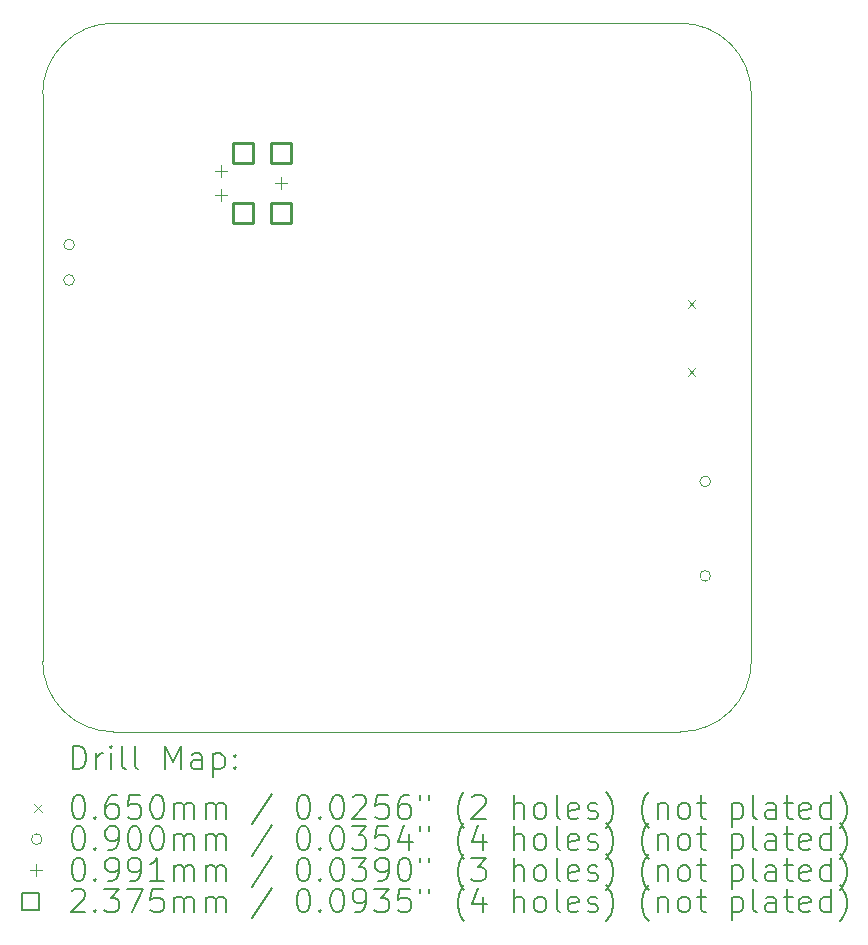
<source format=gbr>
%TF.GenerationSoftware,KiCad,Pcbnew,8.0.4*%
%TF.CreationDate,2024-08-30T21:15:16+02:00*%
%TF.ProjectId,STARGLIDER_MainBoard_rev1,53544152-474c-4494-9445-525f4d61696e,rev?*%
%TF.SameCoordinates,Original*%
%TF.FileFunction,Drillmap*%
%TF.FilePolarity,Positive*%
%FSLAX45Y45*%
G04 Gerber Fmt 4.5, Leading zero omitted, Abs format (unit mm)*
G04 Created by KiCad (PCBNEW 8.0.4) date 2024-08-30 21:15:16*
%MOMM*%
%LPD*%
G01*
G04 APERTURE LIST*
%ADD10C,0.100000*%
%ADD11C,0.200000*%
%ADD12C,0.237490*%
G04 APERTURE END LIST*
D10*
X8300000Y-13700000D02*
G75*
G02*
X7700000Y-13100000I0J600000D01*
G01*
X13700000Y-13100000D02*
G75*
G02*
X13100000Y-13700000I-600000J0D01*
G01*
X7700000Y-13100000D02*
X7700000Y-8300000D01*
X8300000Y-7700000D02*
X13100000Y-7700000D01*
X13100000Y-7700000D02*
G75*
G02*
X13700000Y-8300000I0J-600000D01*
G01*
X13700000Y-8300000D02*
X13700000Y-13100000D01*
X7700000Y-8300000D02*
G75*
G02*
X8300000Y-7700000I600000J0D01*
G01*
X13100000Y-13700000D02*
X8300000Y-13700000D01*
D11*
D10*
X13160000Y-10046000D02*
X13225000Y-10111000D01*
X13225000Y-10046000D02*
X13160000Y-10111000D01*
X13160000Y-10624000D02*
X13225000Y-10689000D01*
X13225000Y-10624000D02*
X13160000Y-10689000D01*
X7969000Y-9575000D02*
G75*
G02*
X7879000Y-9575000I-45000J0D01*
G01*
X7879000Y-9575000D02*
G75*
G02*
X7969000Y-9575000I45000J0D01*
G01*
X7969000Y-9875000D02*
G75*
G02*
X7879000Y-9875000I-45000J0D01*
G01*
X7879000Y-9875000D02*
G75*
G02*
X7969000Y-9875000I45000J0D01*
G01*
X13355000Y-11580000D02*
G75*
G02*
X13265000Y-11580000I-45000J0D01*
G01*
X13265000Y-11580000D02*
G75*
G02*
X13355000Y-11580000I45000J0D01*
G01*
X13355000Y-12380000D02*
G75*
G02*
X13265000Y-12380000I-45000J0D01*
G01*
X13265000Y-12380000D02*
G75*
G02*
X13355000Y-12380000I45000J0D01*
G01*
X9209500Y-8902870D02*
X9209500Y-9001930D01*
X9159970Y-8952400D02*
X9259030Y-8952400D01*
X9209500Y-9106070D02*
X9209500Y-9205130D01*
X9159970Y-9155600D02*
X9259030Y-9155600D01*
X9717500Y-9004470D02*
X9717500Y-9103530D01*
X9667970Y-9054000D02*
X9767030Y-9054000D01*
D12*
X9483966Y-8883966D02*
X9483966Y-8716034D01*
X9316034Y-8716034D01*
X9316034Y-8883966D01*
X9483966Y-8883966D01*
X9483966Y-9391966D02*
X9483966Y-9224034D01*
X9316034Y-9224034D01*
X9316034Y-9391966D01*
X9483966Y-9391966D01*
X9801466Y-8883966D02*
X9801466Y-8716034D01*
X9633534Y-8716034D01*
X9633534Y-8883966D01*
X9801466Y-8883966D01*
X9801466Y-9391966D02*
X9801466Y-9224034D01*
X9633534Y-9224034D01*
X9633534Y-9391966D01*
X9801466Y-9391966D01*
D11*
X7955777Y-14016484D02*
X7955777Y-13816484D01*
X7955777Y-13816484D02*
X8003396Y-13816484D01*
X8003396Y-13816484D02*
X8031967Y-13826008D01*
X8031967Y-13826008D02*
X8051015Y-13845055D01*
X8051015Y-13845055D02*
X8060539Y-13864103D01*
X8060539Y-13864103D02*
X8070062Y-13902198D01*
X8070062Y-13902198D02*
X8070062Y-13930769D01*
X8070062Y-13930769D02*
X8060539Y-13968865D01*
X8060539Y-13968865D02*
X8051015Y-13987912D01*
X8051015Y-13987912D02*
X8031967Y-14006960D01*
X8031967Y-14006960D02*
X8003396Y-14016484D01*
X8003396Y-14016484D02*
X7955777Y-14016484D01*
X8155777Y-14016484D02*
X8155777Y-13883150D01*
X8155777Y-13921246D02*
X8165301Y-13902198D01*
X8165301Y-13902198D02*
X8174824Y-13892674D01*
X8174824Y-13892674D02*
X8193872Y-13883150D01*
X8193872Y-13883150D02*
X8212920Y-13883150D01*
X8279586Y-14016484D02*
X8279586Y-13883150D01*
X8279586Y-13816484D02*
X8270062Y-13826008D01*
X8270062Y-13826008D02*
X8279586Y-13835531D01*
X8279586Y-13835531D02*
X8289110Y-13826008D01*
X8289110Y-13826008D02*
X8279586Y-13816484D01*
X8279586Y-13816484D02*
X8279586Y-13835531D01*
X8403396Y-14016484D02*
X8384348Y-14006960D01*
X8384348Y-14006960D02*
X8374824Y-13987912D01*
X8374824Y-13987912D02*
X8374824Y-13816484D01*
X8508158Y-14016484D02*
X8489110Y-14006960D01*
X8489110Y-14006960D02*
X8479586Y-13987912D01*
X8479586Y-13987912D02*
X8479586Y-13816484D01*
X8736729Y-14016484D02*
X8736729Y-13816484D01*
X8736729Y-13816484D02*
X8803396Y-13959341D01*
X8803396Y-13959341D02*
X8870063Y-13816484D01*
X8870063Y-13816484D02*
X8870063Y-14016484D01*
X9051015Y-14016484D02*
X9051015Y-13911722D01*
X9051015Y-13911722D02*
X9041491Y-13892674D01*
X9041491Y-13892674D02*
X9022444Y-13883150D01*
X9022444Y-13883150D02*
X8984348Y-13883150D01*
X8984348Y-13883150D02*
X8965301Y-13892674D01*
X9051015Y-14006960D02*
X9031967Y-14016484D01*
X9031967Y-14016484D02*
X8984348Y-14016484D01*
X8984348Y-14016484D02*
X8965301Y-14006960D01*
X8965301Y-14006960D02*
X8955777Y-13987912D01*
X8955777Y-13987912D02*
X8955777Y-13968865D01*
X8955777Y-13968865D02*
X8965301Y-13949817D01*
X8965301Y-13949817D02*
X8984348Y-13940293D01*
X8984348Y-13940293D02*
X9031967Y-13940293D01*
X9031967Y-13940293D02*
X9051015Y-13930769D01*
X9146253Y-13883150D02*
X9146253Y-14083150D01*
X9146253Y-13892674D02*
X9165301Y-13883150D01*
X9165301Y-13883150D02*
X9203396Y-13883150D01*
X9203396Y-13883150D02*
X9222444Y-13892674D01*
X9222444Y-13892674D02*
X9231967Y-13902198D01*
X9231967Y-13902198D02*
X9241491Y-13921246D01*
X9241491Y-13921246D02*
X9241491Y-13978388D01*
X9241491Y-13978388D02*
X9231967Y-13997436D01*
X9231967Y-13997436D02*
X9222444Y-14006960D01*
X9222444Y-14006960D02*
X9203396Y-14016484D01*
X9203396Y-14016484D02*
X9165301Y-14016484D01*
X9165301Y-14016484D02*
X9146253Y-14006960D01*
X9327205Y-13997436D02*
X9336729Y-14006960D01*
X9336729Y-14006960D02*
X9327205Y-14016484D01*
X9327205Y-14016484D02*
X9317682Y-14006960D01*
X9317682Y-14006960D02*
X9327205Y-13997436D01*
X9327205Y-13997436D02*
X9327205Y-14016484D01*
X9327205Y-13892674D02*
X9336729Y-13902198D01*
X9336729Y-13902198D02*
X9327205Y-13911722D01*
X9327205Y-13911722D02*
X9317682Y-13902198D01*
X9317682Y-13902198D02*
X9327205Y-13892674D01*
X9327205Y-13892674D02*
X9327205Y-13911722D01*
D10*
X7630000Y-14312500D02*
X7695000Y-14377500D01*
X7695000Y-14312500D02*
X7630000Y-14377500D01*
D11*
X7993872Y-14236484D02*
X8012920Y-14236484D01*
X8012920Y-14236484D02*
X8031967Y-14246008D01*
X8031967Y-14246008D02*
X8041491Y-14255531D01*
X8041491Y-14255531D02*
X8051015Y-14274579D01*
X8051015Y-14274579D02*
X8060539Y-14312674D01*
X8060539Y-14312674D02*
X8060539Y-14360293D01*
X8060539Y-14360293D02*
X8051015Y-14398388D01*
X8051015Y-14398388D02*
X8041491Y-14417436D01*
X8041491Y-14417436D02*
X8031967Y-14426960D01*
X8031967Y-14426960D02*
X8012920Y-14436484D01*
X8012920Y-14436484D02*
X7993872Y-14436484D01*
X7993872Y-14436484D02*
X7974824Y-14426960D01*
X7974824Y-14426960D02*
X7965301Y-14417436D01*
X7965301Y-14417436D02*
X7955777Y-14398388D01*
X7955777Y-14398388D02*
X7946253Y-14360293D01*
X7946253Y-14360293D02*
X7946253Y-14312674D01*
X7946253Y-14312674D02*
X7955777Y-14274579D01*
X7955777Y-14274579D02*
X7965301Y-14255531D01*
X7965301Y-14255531D02*
X7974824Y-14246008D01*
X7974824Y-14246008D02*
X7993872Y-14236484D01*
X8146253Y-14417436D02*
X8155777Y-14426960D01*
X8155777Y-14426960D02*
X8146253Y-14436484D01*
X8146253Y-14436484D02*
X8136729Y-14426960D01*
X8136729Y-14426960D02*
X8146253Y-14417436D01*
X8146253Y-14417436D02*
X8146253Y-14436484D01*
X8327205Y-14236484D02*
X8289110Y-14236484D01*
X8289110Y-14236484D02*
X8270062Y-14246008D01*
X8270062Y-14246008D02*
X8260539Y-14255531D01*
X8260539Y-14255531D02*
X8241491Y-14284103D01*
X8241491Y-14284103D02*
X8231967Y-14322198D01*
X8231967Y-14322198D02*
X8231967Y-14398388D01*
X8231967Y-14398388D02*
X8241491Y-14417436D01*
X8241491Y-14417436D02*
X8251015Y-14426960D01*
X8251015Y-14426960D02*
X8270062Y-14436484D01*
X8270062Y-14436484D02*
X8308158Y-14436484D01*
X8308158Y-14436484D02*
X8327205Y-14426960D01*
X8327205Y-14426960D02*
X8336729Y-14417436D01*
X8336729Y-14417436D02*
X8346253Y-14398388D01*
X8346253Y-14398388D02*
X8346253Y-14350769D01*
X8346253Y-14350769D02*
X8336729Y-14331722D01*
X8336729Y-14331722D02*
X8327205Y-14322198D01*
X8327205Y-14322198D02*
X8308158Y-14312674D01*
X8308158Y-14312674D02*
X8270062Y-14312674D01*
X8270062Y-14312674D02*
X8251015Y-14322198D01*
X8251015Y-14322198D02*
X8241491Y-14331722D01*
X8241491Y-14331722D02*
X8231967Y-14350769D01*
X8527205Y-14236484D02*
X8431967Y-14236484D01*
X8431967Y-14236484D02*
X8422444Y-14331722D01*
X8422444Y-14331722D02*
X8431967Y-14322198D01*
X8431967Y-14322198D02*
X8451015Y-14312674D01*
X8451015Y-14312674D02*
X8498634Y-14312674D01*
X8498634Y-14312674D02*
X8517682Y-14322198D01*
X8517682Y-14322198D02*
X8527205Y-14331722D01*
X8527205Y-14331722D02*
X8536729Y-14350769D01*
X8536729Y-14350769D02*
X8536729Y-14398388D01*
X8536729Y-14398388D02*
X8527205Y-14417436D01*
X8527205Y-14417436D02*
X8517682Y-14426960D01*
X8517682Y-14426960D02*
X8498634Y-14436484D01*
X8498634Y-14436484D02*
X8451015Y-14436484D01*
X8451015Y-14436484D02*
X8431967Y-14426960D01*
X8431967Y-14426960D02*
X8422444Y-14417436D01*
X8660539Y-14236484D02*
X8679586Y-14236484D01*
X8679586Y-14236484D02*
X8698634Y-14246008D01*
X8698634Y-14246008D02*
X8708158Y-14255531D01*
X8708158Y-14255531D02*
X8717682Y-14274579D01*
X8717682Y-14274579D02*
X8727205Y-14312674D01*
X8727205Y-14312674D02*
X8727205Y-14360293D01*
X8727205Y-14360293D02*
X8717682Y-14398388D01*
X8717682Y-14398388D02*
X8708158Y-14417436D01*
X8708158Y-14417436D02*
X8698634Y-14426960D01*
X8698634Y-14426960D02*
X8679586Y-14436484D01*
X8679586Y-14436484D02*
X8660539Y-14436484D01*
X8660539Y-14436484D02*
X8641491Y-14426960D01*
X8641491Y-14426960D02*
X8631967Y-14417436D01*
X8631967Y-14417436D02*
X8622444Y-14398388D01*
X8622444Y-14398388D02*
X8612920Y-14360293D01*
X8612920Y-14360293D02*
X8612920Y-14312674D01*
X8612920Y-14312674D02*
X8622444Y-14274579D01*
X8622444Y-14274579D02*
X8631967Y-14255531D01*
X8631967Y-14255531D02*
X8641491Y-14246008D01*
X8641491Y-14246008D02*
X8660539Y-14236484D01*
X8812920Y-14436484D02*
X8812920Y-14303150D01*
X8812920Y-14322198D02*
X8822444Y-14312674D01*
X8822444Y-14312674D02*
X8841491Y-14303150D01*
X8841491Y-14303150D02*
X8870063Y-14303150D01*
X8870063Y-14303150D02*
X8889110Y-14312674D01*
X8889110Y-14312674D02*
X8898634Y-14331722D01*
X8898634Y-14331722D02*
X8898634Y-14436484D01*
X8898634Y-14331722D02*
X8908158Y-14312674D01*
X8908158Y-14312674D02*
X8927205Y-14303150D01*
X8927205Y-14303150D02*
X8955777Y-14303150D01*
X8955777Y-14303150D02*
X8974825Y-14312674D01*
X8974825Y-14312674D02*
X8984348Y-14331722D01*
X8984348Y-14331722D02*
X8984348Y-14436484D01*
X9079586Y-14436484D02*
X9079586Y-14303150D01*
X9079586Y-14322198D02*
X9089110Y-14312674D01*
X9089110Y-14312674D02*
X9108158Y-14303150D01*
X9108158Y-14303150D02*
X9136729Y-14303150D01*
X9136729Y-14303150D02*
X9155777Y-14312674D01*
X9155777Y-14312674D02*
X9165301Y-14331722D01*
X9165301Y-14331722D02*
X9165301Y-14436484D01*
X9165301Y-14331722D02*
X9174825Y-14312674D01*
X9174825Y-14312674D02*
X9193872Y-14303150D01*
X9193872Y-14303150D02*
X9222444Y-14303150D01*
X9222444Y-14303150D02*
X9241491Y-14312674D01*
X9241491Y-14312674D02*
X9251015Y-14331722D01*
X9251015Y-14331722D02*
X9251015Y-14436484D01*
X9641491Y-14226960D02*
X9470063Y-14484103D01*
X9898634Y-14236484D02*
X9917682Y-14236484D01*
X9917682Y-14236484D02*
X9936729Y-14246008D01*
X9936729Y-14246008D02*
X9946253Y-14255531D01*
X9946253Y-14255531D02*
X9955777Y-14274579D01*
X9955777Y-14274579D02*
X9965301Y-14312674D01*
X9965301Y-14312674D02*
X9965301Y-14360293D01*
X9965301Y-14360293D02*
X9955777Y-14398388D01*
X9955777Y-14398388D02*
X9946253Y-14417436D01*
X9946253Y-14417436D02*
X9936729Y-14426960D01*
X9936729Y-14426960D02*
X9917682Y-14436484D01*
X9917682Y-14436484D02*
X9898634Y-14436484D01*
X9898634Y-14436484D02*
X9879587Y-14426960D01*
X9879587Y-14426960D02*
X9870063Y-14417436D01*
X9870063Y-14417436D02*
X9860539Y-14398388D01*
X9860539Y-14398388D02*
X9851015Y-14360293D01*
X9851015Y-14360293D02*
X9851015Y-14312674D01*
X9851015Y-14312674D02*
X9860539Y-14274579D01*
X9860539Y-14274579D02*
X9870063Y-14255531D01*
X9870063Y-14255531D02*
X9879587Y-14246008D01*
X9879587Y-14246008D02*
X9898634Y-14236484D01*
X10051015Y-14417436D02*
X10060539Y-14426960D01*
X10060539Y-14426960D02*
X10051015Y-14436484D01*
X10051015Y-14436484D02*
X10041491Y-14426960D01*
X10041491Y-14426960D02*
X10051015Y-14417436D01*
X10051015Y-14417436D02*
X10051015Y-14436484D01*
X10184348Y-14236484D02*
X10203396Y-14236484D01*
X10203396Y-14236484D02*
X10222444Y-14246008D01*
X10222444Y-14246008D02*
X10231968Y-14255531D01*
X10231968Y-14255531D02*
X10241491Y-14274579D01*
X10241491Y-14274579D02*
X10251015Y-14312674D01*
X10251015Y-14312674D02*
X10251015Y-14360293D01*
X10251015Y-14360293D02*
X10241491Y-14398388D01*
X10241491Y-14398388D02*
X10231968Y-14417436D01*
X10231968Y-14417436D02*
X10222444Y-14426960D01*
X10222444Y-14426960D02*
X10203396Y-14436484D01*
X10203396Y-14436484D02*
X10184348Y-14436484D01*
X10184348Y-14436484D02*
X10165301Y-14426960D01*
X10165301Y-14426960D02*
X10155777Y-14417436D01*
X10155777Y-14417436D02*
X10146253Y-14398388D01*
X10146253Y-14398388D02*
X10136729Y-14360293D01*
X10136729Y-14360293D02*
X10136729Y-14312674D01*
X10136729Y-14312674D02*
X10146253Y-14274579D01*
X10146253Y-14274579D02*
X10155777Y-14255531D01*
X10155777Y-14255531D02*
X10165301Y-14246008D01*
X10165301Y-14246008D02*
X10184348Y-14236484D01*
X10327206Y-14255531D02*
X10336729Y-14246008D01*
X10336729Y-14246008D02*
X10355777Y-14236484D01*
X10355777Y-14236484D02*
X10403396Y-14236484D01*
X10403396Y-14236484D02*
X10422444Y-14246008D01*
X10422444Y-14246008D02*
X10431968Y-14255531D01*
X10431968Y-14255531D02*
X10441491Y-14274579D01*
X10441491Y-14274579D02*
X10441491Y-14293627D01*
X10441491Y-14293627D02*
X10431968Y-14322198D01*
X10431968Y-14322198D02*
X10317682Y-14436484D01*
X10317682Y-14436484D02*
X10441491Y-14436484D01*
X10622444Y-14236484D02*
X10527206Y-14236484D01*
X10527206Y-14236484D02*
X10517682Y-14331722D01*
X10517682Y-14331722D02*
X10527206Y-14322198D01*
X10527206Y-14322198D02*
X10546253Y-14312674D01*
X10546253Y-14312674D02*
X10593872Y-14312674D01*
X10593872Y-14312674D02*
X10612920Y-14322198D01*
X10612920Y-14322198D02*
X10622444Y-14331722D01*
X10622444Y-14331722D02*
X10631968Y-14350769D01*
X10631968Y-14350769D02*
X10631968Y-14398388D01*
X10631968Y-14398388D02*
X10622444Y-14417436D01*
X10622444Y-14417436D02*
X10612920Y-14426960D01*
X10612920Y-14426960D02*
X10593872Y-14436484D01*
X10593872Y-14436484D02*
X10546253Y-14436484D01*
X10546253Y-14436484D02*
X10527206Y-14426960D01*
X10527206Y-14426960D02*
X10517682Y-14417436D01*
X10803396Y-14236484D02*
X10765301Y-14236484D01*
X10765301Y-14236484D02*
X10746253Y-14246008D01*
X10746253Y-14246008D02*
X10736729Y-14255531D01*
X10736729Y-14255531D02*
X10717682Y-14284103D01*
X10717682Y-14284103D02*
X10708158Y-14322198D01*
X10708158Y-14322198D02*
X10708158Y-14398388D01*
X10708158Y-14398388D02*
X10717682Y-14417436D01*
X10717682Y-14417436D02*
X10727206Y-14426960D01*
X10727206Y-14426960D02*
X10746253Y-14436484D01*
X10746253Y-14436484D02*
X10784349Y-14436484D01*
X10784349Y-14436484D02*
X10803396Y-14426960D01*
X10803396Y-14426960D02*
X10812920Y-14417436D01*
X10812920Y-14417436D02*
X10822444Y-14398388D01*
X10822444Y-14398388D02*
X10822444Y-14350769D01*
X10822444Y-14350769D02*
X10812920Y-14331722D01*
X10812920Y-14331722D02*
X10803396Y-14322198D01*
X10803396Y-14322198D02*
X10784349Y-14312674D01*
X10784349Y-14312674D02*
X10746253Y-14312674D01*
X10746253Y-14312674D02*
X10727206Y-14322198D01*
X10727206Y-14322198D02*
X10717682Y-14331722D01*
X10717682Y-14331722D02*
X10708158Y-14350769D01*
X10898634Y-14236484D02*
X10898634Y-14274579D01*
X10974825Y-14236484D02*
X10974825Y-14274579D01*
X11270063Y-14512674D02*
X11260539Y-14503150D01*
X11260539Y-14503150D02*
X11241491Y-14474579D01*
X11241491Y-14474579D02*
X11231968Y-14455531D01*
X11231968Y-14455531D02*
X11222444Y-14426960D01*
X11222444Y-14426960D02*
X11212920Y-14379341D01*
X11212920Y-14379341D02*
X11212920Y-14341246D01*
X11212920Y-14341246D02*
X11222444Y-14293627D01*
X11222444Y-14293627D02*
X11231968Y-14265055D01*
X11231968Y-14265055D02*
X11241491Y-14246008D01*
X11241491Y-14246008D02*
X11260539Y-14217436D01*
X11260539Y-14217436D02*
X11270063Y-14207912D01*
X11336729Y-14255531D02*
X11346253Y-14246008D01*
X11346253Y-14246008D02*
X11365301Y-14236484D01*
X11365301Y-14236484D02*
X11412920Y-14236484D01*
X11412920Y-14236484D02*
X11431968Y-14246008D01*
X11431968Y-14246008D02*
X11441491Y-14255531D01*
X11441491Y-14255531D02*
X11451015Y-14274579D01*
X11451015Y-14274579D02*
X11451015Y-14293627D01*
X11451015Y-14293627D02*
X11441491Y-14322198D01*
X11441491Y-14322198D02*
X11327206Y-14436484D01*
X11327206Y-14436484D02*
X11451015Y-14436484D01*
X11689110Y-14436484D02*
X11689110Y-14236484D01*
X11774825Y-14436484D02*
X11774825Y-14331722D01*
X11774825Y-14331722D02*
X11765301Y-14312674D01*
X11765301Y-14312674D02*
X11746253Y-14303150D01*
X11746253Y-14303150D02*
X11717682Y-14303150D01*
X11717682Y-14303150D02*
X11698634Y-14312674D01*
X11698634Y-14312674D02*
X11689110Y-14322198D01*
X11898634Y-14436484D02*
X11879587Y-14426960D01*
X11879587Y-14426960D02*
X11870063Y-14417436D01*
X11870063Y-14417436D02*
X11860539Y-14398388D01*
X11860539Y-14398388D02*
X11860539Y-14341246D01*
X11860539Y-14341246D02*
X11870063Y-14322198D01*
X11870063Y-14322198D02*
X11879587Y-14312674D01*
X11879587Y-14312674D02*
X11898634Y-14303150D01*
X11898634Y-14303150D02*
X11927206Y-14303150D01*
X11927206Y-14303150D02*
X11946253Y-14312674D01*
X11946253Y-14312674D02*
X11955777Y-14322198D01*
X11955777Y-14322198D02*
X11965301Y-14341246D01*
X11965301Y-14341246D02*
X11965301Y-14398388D01*
X11965301Y-14398388D02*
X11955777Y-14417436D01*
X11955777Y-14417436D02*
X11946253Y-14426960D01*
X11946253Y-14426960D02*
X11927206Y-14436484D01*
X11927206Y-14436484D02*
X11898634Y-14436484D01*
X12079587Y-14436484D02*
X12060539Y-14426960D01*
X12060539Y-14426960D02*
X12051015Y-14407912D01*
X12051015Y-14407912D02*
X12051015Y-14236484D01*
X12231968Y-14426960D02*
X12212920Y-14436484D01*
X12212920Y-14436484D02*
X12174825Y-14436484D01*
X12174825Y-14436484D02*
X12155777Y-14426960D01*
X12155777Y-14426960D02*
X12146253Y-14407912D01*
X12146253Y-14407912D02*
X12146253Y-14331722D01*
X12146253Y-14331722D02*
X12155777Y-14312674D01*
X12155777Y-14312674D02*
X12174825Y-14303150D01*
X12174825Y-14303150D02*
X12212920Y-14303150D01*
X12212920Y-14303150D02*
X12231968Y-14312674D01*
X12231968Y-14312674D02*
X12241491Y-14331722D01*
X12241491Y-14331722D02*
X12241491Y-14350769D01*
X12241491Y-14350769D02*
X12146253Y-14369817D01*
X12317682Y-14426960D02*
X12336730Y-14436484D01*
X12336730Y-14436484D02*
X12374825Y-14436484D01*
X12374825Y-14436484D02*
X12393872Y-14426960D01*
X12393872Y-14426960D02*
X12403396Y-14407912D01*
X12403396Y-14407912D02*
X12403396Y-14398388D01*
X12403396Y-14398388D02*
X12393872Y-14379341D01*
X12393872Y-14379341D02*
X12374825Y-14369817D01*
X12374825Y-14369817D02*
X12346253Y-14369817D01*
X12346253Y-14369817D02*
X12327206Y-14360293D01*
X12327206Y-14360293D02*
X12317682Y-14341246D01*
X12317682Y-14341246D02*
X12317682Y-14331722D01*
X12317682Y-14331722D02*
X12327206Y-14312674D01*
X12327206Y-14312674D02*
X12346253Y-14303150D01*
X12346253Y-14303150D02*
X12374825Y-14303150D01*
X12374825Y-14303150D02*
X12393872Y-14312674D01*
X12470063Y-14512674D02*
X12479587Y-14503150D01*
X12479587Y-14503150D02*
X12498634Y-14474579D01*
X12498634Y-14474579D02*
X12508158Y-14455531D01*
X12508158Y-14455531D02*
X12517682Y-14426960D01*
X12517682Y-14426960D02*
X12527206Y-14379341D01*
X12527206Y-14379341D02*
X12527206Y-14341246D01*
X12527206Y-14341246D02*
X12517682Y-14293627D01*
X12517682Y-14293627D02*
X12508158Y-14265055D01*
X12508158Y-14265055D02*
X12498634Y-14246008D01*
X12498634Y-14246008D02*
X12479587Y-14217436D01*
X12479587Y-14217436D02*
X12470063Y-14207912D01*
X12831968Y-14512674D02*
X12822444Y-14503150D01*
X12822444Y-14503150D02*
X12803396Y-14474579D01*
X12803396Y-14474579D02*
X12793872Y-14455531D01*
X12793872Y-14455531D02*
X12784349Y-14426960D01*
X12784349Y-14426960D02*
X12774825Y-14379341D01*
X12774825Y-14379341D02*
X12774825Y-14341246D01*
X12774825Y-14341246D02*
X12784349Y-14293627D01*
X12784349Y-14293627D02*
X12793872Y-14265055D01*
X12793872Y-14265055D02*
X12803396Y-14246008D01*
X12803396Y-14246008D02*
X12822444Y-14217436D01*
X12822444Y-14217436D02*
X12831968Y-14207912D01*
X12908158Y-14303150D02*
X12908158Y-14436484D01*
X12908158Y-14322198D02*
X12917682Y-14312674D01*
X12917682Y-14312674D02*
X12936730Y-14303150D01*
X12936730Y-14303150D02*
X12965301Y-14303150D01*
X12965301Y-14303150D02*
X12984349Y-14312674D01*
X12984349Y-14312674D02*
X12993872Y-14331722D01*
X12993872Y-14331722D02*
X12993872Y-14436484D01*
X13117682Y-14436484D02*
X13098634Y-14426960D01*
X13098634Y-14426960D02*
X13089111Y-14417436D01*
X13089111Y-14417436D02*
X13079587Y-14398388D01*
X13079587Y-14398388D02*
X13079587Y-14341246D01*
X13079587Y-14341246D02*
X13089111Y-14322198D01*
X13089111Y-14322198D02*
X13098634Y-14312674D01*
X13098634Y-14312674D02*
X13117682Y-14303150D01*
X13117682Y-14303150D02*
X13146253Y-14303150D01*
X13146253Y-14303150D02*
X13165301Y-14312674D01*
X13165301Y-14312674D02*
X13174825Y-14322198D01*
X13174825Y-14322198D02*
X13184349Y-14341246D01*
X13184349Y-14341246D02*
X13184349Y-14398388D01*
X13184349Y-14398388D02*
X13174825Y-14417436D01*
X13174825Y-14417436D02*
X13165301Y-14426960D01*
X13165301Y-14426960D02*
X13146253Y-14436484D01*
X13146253Y-14436484D02*
X13117682Y-14436484D01*
X13241492Y-14303150D02*
X13317682Y-14303150D01*
X13270063Y-14236484D02*
X13270063Y-14407912D01*
X13270063Y-14407912D02*
X13279587Y-14426960D01*
X13279587Y-14426960D02*
X13298634Y-14436484D01*
X13298634Y-14436484D02*
X13317682Y-14436484D01*
X13536730Y-14303150D02*
X13536730Y-14503150D01*
X13536730Y-14312674D02*
X13555777Y-14303150D01*
X13555777Y-14303150D02*
X13593873Y-14303150D01*
X13593873Y-14303150D02*
X13612920Y-14312674D01*
X13612920Y-14312674D02*
X13622444Y-14322198D01*
X13622444Y-14322198D02*
X13631968Y-14341246D01*
X13631968Y-14341246D02*
X13631968Y-14398388D01*
X13631968Y-14398388D02*
X13622444Y-14417436D01*
X13622444Y-14417436D02*
X13612920Y-14426960D01*
X13612920Y-14426960D02*
X13593873Y-14436484D01*
X13593873Y-14436484D02*
X13555777Y-14436484D01*
X13555777Y-14436484D02*
X13536730Y-14426960D01*
X13746253Y-14436484D02*
X13727206Y-14426960D01*
X13727206Y-14426960D02*
X13717682Y-14407912D01*
X13717682Y-14407912D02*
X13717682Y-14236484D01*
X13908158Y-14436484D02*
X13908158Y-14331722D01*
X13908158Y-14331722D02*
X13898634Y-14312674D01*
X13898634Y-14312674D02*
X13879587Y-14303150D01*
X13879587Y-14303150D02*
X13841492Y-14303150D01*
X13841492Y-14303150D02*
X13822444Y-14312674D01*
X13908158Y-14426960D02*
X13889111Y-14436484D01*
X13889111Y-14436484D02*
X13841492Y-14436484D01*
X13841492Y-14436484D02*
X13822444Y-14426960D01*
X13822444Y-14426960D02*
X13812920Y-14407912D01*
X13812920Y-14407912D02*
X13812920Y-14388865D01*
X13812920Y-14388865D02*
X13822444Y-14369817D01*
X13822444Y-14369817D02*
X13841492Y-14360293D01*
X13841492Y-14360293D02*
X13889111Y-14360293D01*
X13889111Y-14360293D02*
X13908158Y-14350769D01*
X13974825Y-14303150D02*
X14051015Y-14303150D01*
X14003396Y-14236484D02*
X14003396Y-14407912D01*
X14003396Y-14407912D02*
X14012920Y-14426960D01*
X14012920Y-14426960D02*
X14031968Y-14436484D01*
X14031968Y-14436484D02*
X14051015Y-14436484D01*
X14193873Y-14426960D02*
X14174825Y-14436484D01*
X14174825Y-14436484D02*
X14136730Y-14436484D01*
X14136730Y-14436484D02*
X14117682Y-14426960D01*
X14117682Y-14426960D02*
X14108158Y-14407912D01*
X14108158Y-14407912D02*
X14108158Y-14331722D01*
X14108158Y-14331722D02*
X14117682Y-14312674D01*
X14117682Y-14312674D02*
X14136730Y-14303150D01*
X14136730Y-14303150D02*
X14174825Y-14303150D01*
X14174825Y-14303150D02*
X14193873Y-14312674D01*
X14193873Y-14312674D02*
X14203396Y-14331722D01*
X14203396Y-14331722D02*
X14203396Y-14350769D01*
X14203396Y-14350769D02*
X14108158Y-14369817D01*
X14374825Y-14436484D02*
X14374825Y-14236484D01*
X14374825Y-14426960D02*
X14355777Y-14436484D01*
X14355777Y-14436484D02*
X14317682Y-14436484D01*
X14317682Y-14436484D02*
X14298634Y-14426960D01*
X14298634Y-14426960D02*
X14289111Y-14417436D01*
X14289111Y-14417436D02*
X14279587Y-14398388D01*
X14279587Y-14398388D02*
X14279587Y-14341246D01*
X14279587Y-14341246D02*
X14289111Y-14322198D01*
X14289111Y-14322198D02*
X14298634Y-14312674D01*
X14298634Y-14312674D02*
X14317682Y-14303150D01*
X14317682Y-14303150D02*
X14355777Y-14303150D01*
X14355777Y-14303150D02*
X14374825Y-14312674D01*
X14451015Y-14512674D02*
X14460539Y-14503150D01*
X14460539Y-14503150D02*
X14479587Y-14474579D01*
X14479587Y-14474579D02*
X14489111Y-14455531D01*
X14489111Y-14455531D02*
X14498634Y-14426960D01*
X14498634Y-14426960D02*
X14508158Y-14379341D01*
X14508158Y-14379341D02*
X14508158Y-14341246D01*
X14508158Y-14341246D02*
X14498634Y-14293627D01*
X14498634Y-14293627D02*
X14489111Y-14265055D01*
X14489111Y-14265055D02*
X14479587Y-14246008D01*
X14479587Y-14246008D02*
X14460539Y-14217436D01*
X14460539Y-14217436D02*
X14451015Y-14207912D01*
D10*
X7695000Y-14609000D02*
G75*
G02*
X7605000Y-14609000I-45000J0D01*
G01*
X7605000Y-14609000D02*
G75*
G02*
X7695000Y-14609000I45000J0D01*
G01*
D11*
X7993872Y-14500484D02*
X8012920Y-14500484D01*
X8012920Y-14500484D02*
X8031967Y-14510008D01*
X8031967Y-14510008D02*
X8041491Y-14519531D01*
X8041491Y-14519531D02*
X8051015Y-14538579D01*
X8051015Y-14538579D02*
X8060539Y-14576674D01*
X8060539Y-14576674D02*
X8060539Y-14624293D01*
X8060539Y-14624293D02*
X8051015Y-14662388D01*
X8051015Y-14662388D02*
X8041491Y-14681436D01*
X8041491Y-14681436D02*
X8031967Y-14690960D01*
X8031967Y-14690960D02*
X8012920Y-14700484D01*
X8012920Y-14700484D02*
X7993872Y-14700484D01*
X7993872Y-14700484D02*
X7974824Y-14690960D01*
X7974824Y-14690960D02*
X7965301Y-14681436D01*
X7965301Y-14681436D02*
X7955777Y-14662388D01*
X7955777Y-14662388D02*
X7946253Y-14624293D01*
X7946253Y-14624293D02*
X7946253Y-14576674D01*
X7946253Y-14576674D02*
X7955777Y-14538579D01*
X7955777Y-14538579D02*
X7965301Y-14519531D01*
X7965301Y-14519531D02*
X7974824Y-14510008D01*
X7974824Y-14510008D02*
X7993872Y-14500484D01*
X8146253Y-14681436D02*
X8155777Y-14690960D01*
X8155777Y-14690960D02*
X8146253Y-14700484D01*
X8146253Y-14700484D02*
X8136729Y-14690960D01*
X8136729Y-14690960D02*
X8146253Y-14681436D01*
X8146253Y-14681436D02*
X8146253Y-14700484D01*
X8251015Y-14700484D02*
X8289110Y-14700484D01*
X8289110Y-14700484D02*
X8308158Y-14690960D01*
X8308158Y-14690960D02*
X8317682Y-14681436D01*
X8317682Y-14681436D02*
X8336729Y-14652865D01*
X8336729Y-14652865D02*
X8346253Y-14614769D01*
X8346253Y-14614769D02*
X8346253Y-14538579D01*
X8346253Y-14538579D02*
X8336729Y-14519531D01*
X8336729Y-14519531D02*
X8327205Y-14510008D01*
X8327205Y-14510008D02*
X8308158Y-14500484D01*
X8308158Y-14500484D02*
X8270062Y-14500484D01*
X8270062Y-14500484D02*
X8251015Y-14510008D01*
X8251015Y-14510008D02*
X8241491Y-14519531D01*
X8241491Y-14519531D02*
X8231967Y-14538579D01*
X8231967Y-14538579D02*
X8231967Y-14586198D01*
X8231967Y-14586198D02*
X8241491Y-14605246D01*
X8241491Y-14605246D02*
X8251015Y-14614769D01*
X8251015Y-14614769D02*
X8270062Y-14624293D01*
X8270062Y-14624293D02*
X8308158Y-14624293D01*
X8308158Y-14624293D02*
X8327205Y-14614769D01*
X8327205Y-14614769D02*
X8336729Y-14605246D01*
X8336729Y-14605246D02*
X8346253Y-14586198D01*
X8470063Y-14500484D02*
X8489110Y-14500484D01*
X8489110Y-14500484D02*
X8508158Y-14510008D01*
X8508158Y-14510008D02*
X8517682Y-14519531D01*
X8517682Y-14519531D02*
X8527205Y-14538579D01*
X8527205Y-14538579D02*
X8536729Y-14576674D01*
X8536729Y-14576674D02*
X8536729Y-14624293D01*
X8536729Y-14624293D02*
X8527205Y-14662388D01*
X8527205Y-14662388D02*
X8517682Y-14681436D01*
X8517682Y-14681436D02*
X8508158Y-14690960D01*
X8508158Y-14690960D02*
X8489110Y-14700484D01*
X8489110Y-14700484D02*
X8470063Y-14700484D01*
X8470063Y-14700484D02*
X8451015Y-14690960D01*
X8451015Y-14690960D02*
X8441491Y-14681436D01*
X8441491Y-14681436D02*
X8431967Y-14662388D01*
X8431967Y-14662388D02*
X8422444Y-14624293D01*
X8422444Y-14624293D02*
X8422444Y-14576674D01*
X8422444Y-14576674D02*
X8431967Y-14538579D01*
X8431967Y-14538579D02*
X8441491Y-14519531D01*
X8441491Y-14519531D02*
X8451015Y-14510008D01*
X8451015Y-14510008D02*
X8470063Y-14500484D01*
X8660539Y-14500484D02*
X8679586Y-14500484D01*
X8679586Y-14500484D02*
X8698634Y-14510008D01*
X8698634Y-14510008D02*
X8708158Y-14519531D01*
X8708158Y-14519531D02*
X8717682Y-14538579D01*
X8717682Y-14538579D02*
X8727205Y-14576674D01*
X8727205Y-14576674D02*
X8727205Y-14624293D01*
X8727205Y-14624293D02*
X8717682Y-14662388D01*
X8717682Y-14662388D02*
X8708158Y-14681436D01*
X8708158Y-14681436D02*
X8698634Y-14690960D01*
X8698634Y-14690960D02*
X8679586Y-14700484D01*
X8679586Y-14700484D02*
X8660539Y-14700484D01*
X8660539Y-14700484D02*
X8641491Y-14690960D01*
X8641491Y-14690960D02*
X8631967Y-14681436D01*
X8631967Y-14681436D02*
X8622444Y-14662388D01*
X8622444Y-14662388D02*
X8612920Y-14624293D01*
X8612920Y-14624293D02*
X8612920Y-14576674D01*
X8612920Y-14576674D02*
X8622444Y-14538579D01*
X8622444Y-14538579D02*
X8631967Y-14519531D01*
X8631967Y-14519531D02*
X8641491Y-14510008D01*
X8641491Y-14510008D02*
X8660539Y-14500484D01*
X8812920Y-14700484D02*
X8812920Y-14567150D01*
X8812920Y-14586198D02*
X8822444Y-14576674D01*
X8822444Y-14576674D02*
X8841491Y-14567150D01*
X8841491Y-14567150D02*
X8870063Y-14567150D01*
X8870063Y-14567150D02*
X8889110Y-14576674D01*
X8889110Y-14576674D02*
X8898634Y-14595722D01*
X8898634Y-14595722D02*
X8898634Y-14700484D01*
X8898634Y-14595722D02*
X8908158Y-14576674D01*
X8908158Y-14576674D02*
X8927205Y-14567150D01*
X8927205Y-14567150D02*
X8955777Y-14567150D01*
X8955777Y-14567150D02*
X8974825Y-14576674D01*
X8974825Y-14576674D02*
X8984348Y-14595722D01*
X8984348Y-14595722D02*
X8984348Y-14700484D01*
X9079586Y-14700484D02*
X9079586Y-14567150D01*
X9079586Y-14586198D02*
X9089110Y-14576674D01*
X9089110Y-14576674D02*
X9108158Y-14567150D01*
X9108158Y-14567150D02*
X9136729Y-14567150D01*
X9136729Y-14567150D02*
X9155777Y-14576674D01*
X9155777Y-14576674D02*
X9165301Y-14595722D01*
X9165301Y-14595722D02*
X9165301Y-14700484D01*
X9165301Y-14595722D02*
X9174825Y-14576674D01*
X9174825Y-14576674D02*
X9193872Y-14567150D01*
X9193872Y-14567150D02*
X9222444Y-14567150D01*
X9222444Y-14567150D02*
X9241491Y-14576674D01*
X9241491Y-14576674D02*
X9251015Y-14595722D01*
X9251015Y-14595722D02*
X9251015Y-14700484D01*
X9641491Y-14490960D02*
X9470063Y-14748103D01*
X9898634Y-14500484D02*
X9917682Y-14500484D01*
X9917682Y-14500484D02*
X9936729Y-14510008D01*
X9936729Y-14510008D02*
X9946253Y-14519531D01*
X9946253Y-14519531D02*
X9955777Y-14538579D01*
X9955777Y-14538579D02*
X9965301Y-14576674D01*
X9965301Y-14576674D02*
X9965301Y-14624293D01*
X9965301Y-14624293D02*
X9955777Y-14662388D01*
X9955777Y-14662388D02*
X9946253Y-14681436D01*
X9946253Y-14681436D02*
X9936729Y-14690960D01*
X9936729Y-14690960D02*
X9917682Y-14700484D01*
X9917682Y-14700484D02*
X9898634Y-14700484D01*
X9898634Y-14700484D02*
X9879587Y-14690960D01*
X9879587Y-14690960D02*
X9870063Y-14681436D01*
X9870063Y-14681436D02*
X9860539Y-14662388D01*
X9860539Y-14662388D02*
X9851015Y-14624293D01*
X9851015Y-14624293D02*
X9851015Y-14576674D01*
X9851015Y-14576674D02*
X9860539Y-14538579D01*
X9860539Y-14538579D02*
X9870063Y-14519531D01*
X9870063Y-14519531D02*
X9879587Y-14510008D01*
X9879587Y-14510008D02*
X9898634Y-14500484D01*
X10051015Y-14681436D02*
X10060539Y-14690960D01*
X10060539Y-14690960D02*
X10051015Y-14700484D01*
X10051015Y-14700484D02*
X10041491Y-14690960D01*
X10041491Y-14690960D02*
X10051015Y-14681436D01*
X10051015Y-14681436D02*
X10051015Y-14700484D01*
X10184348Y-14500484D02*
X10203396Y-14500484D01*
X10203396Y-14500484D02*
X10222444Y-14510008D01*
X10222444Y-14510008D02*
X10231968Y-14519531D01*
X10231968Y-14519531D02*
X10241491Y-14538579D01*
X10241491Y-14538579D02*
X10251015Y-14576674D01*
X10251015Y-14576674D02*
X10251015Y-14624293D01*
X10251015Y-14624293D02*
X10241491Y-14662388D01*
X10241491Y-14662388D02*
X10231968Y-14681436D01*
X10231968Y-14681436D02*
X10222444Y-14690960D01*
X10222444Y-14690960D02*
X10203396Y-14700484D01*
X10203396Y-14700484D02*
X10184348Y-14700484D01*
X10184348Y-14700484D02*
X10165301Y-14690960D01*
X10165301Y-14690960D02*
X10155777Y-14681436D01*
X10155777Y-14681436D02*
X10146253Y-14662388D01*
X10146253Y-14662388D02*
X10136729Y-14624293D01*
X10136729Y-14624293D02*
X10136729Y-14576674D01*
X10136729Y-14576674D02*
X10146253Y-14538579D01*
X10146253Y-14538579D02*
X10155777Y-14519531D01*
X10155777Y-14519531D02*
X10165301Y-14510008D01*
X10165301Y-14510008D02*
X10184348Y-14500484D01*
X10317682Y-14500484D02*
X10441491Y-14500484D01*
X10441491Y-14500484D02*
X10374825Y-14576674D01*
X10374825Y-14576674D02*
X10403396Y-14576674D01*
X10403396Y-14576674D02*
X10422444Y-14586198D01*
X10422444Y-14586198D02*
X10431968Y-14595722D01*
X10431968Y-14595722D02*
X10441491Y-14614769D01*
X10441491Y-14614769D02*
X10441491Y-14662388D01*
X10441491Y-14662388D02*
X10431968Y-14681436D01*
X10431968Y-14681436D02*
X10422444Y-14690960D01*
X10422444Y-14690960D02*
X10403396Y-14700484D01*
X10403396Y-14700484D02*
X10346253Y-14700484D01*
X10346253Y-14700484D02*
X10327206Y-14690960D01*
X10327206Y-14690960D02*
X10317682Y-14681436D01*
X10622444Y-14500484D02*
X10527206Y-14500484D01*
X10527206Y-14500484D02*
X10517682Y-14595722D01*
X10517682Y-14595722D02*
X10527206Y-14586198D01*
X10527206Y-14586198D02*
X10546253Y-14576674D01*
X10546253Y-14576674D02*
X10593872Y-14576674D01*
X10593872Y-14576674D02*
X10612920Y-14586198D01*
X10612920Y-14586198D02*
X10622444Y-14595722D01*
X10622444Y-14595722D02*
X10631968Y-14614769D01*
X10631968Y-14614769D02*
X10631968Y-14662388D01*
X10631968Y-14662388D02*
X10622444Y-14681436D01*
X10622444Y-14681436D02*
X10612920Y-14690960D01*
X10612920Y-14690960D02*
X10593872Y-14700484D01*
X10593872Y-14700484D02*
X10546253Y-14700484D01*
X10546253Y-14700484D02*
X10527206Y-14690960D01*
X10527206Y-14690960D02*
X10517682Y-14681436D01*
X10803396Y-14567150D02*
X10803396Y-14700484D01*
X10755777Y-14490960D02*
X10708158Y-14633817D01*
X10708158Y-14633817D02*
X10831968Y-14633817D01*
X10898634Y-14500484D02*
X10898634Y-14538579D01*
X10974825Y-14500484D02*
X10974825Y-14538579D01*
X11270063Y-14776674D02*
X11260539Y-14767150D01*
X11260539Y-14767150D02*
X11241491Y-14738579D01*
X11241491Y-14738579D02*
X11231968Y-14719531D01*
X11231968Y-14719531D02*
X11222444Y-14690960D01*
X11222444Y-14690960D02*
X11212920Y-14643341D01*
X11212920Y-14643341D02*
X11212920Y-14605246D01*
X11212920Y-14605246D02*
X11222444Y-14557627D01*
X11222444Y-14557627D02*
X11231968Y-14529055D01*
X11231968Y-14529055D02*
X11241491Y-14510008D01*
X11241491Y-14510008D02*
X11260539Y-14481436D01*
X11260539Y-14481436D02*
X11270063Y-14471912D01*
X11431968Y-14567150D02*
X11431968Y-14700484D01*
X11384348Y-14490960D02*
X11336729Y-14633817D01*
X11336729Y-14633817D02*
X11460539Y-14633817D01*
X11689110Y-14700484D02*
X11689110Y-14500484D01*
X11774825Y-14700484D02*
X11774825Y-14595722D01*
X11774825Y-14595722D02*
X11765301Y-14576674D01*
X11765301Y-14576674D02*
X11746253Y-14567150D01*
X11746253Y-14567150D02*
X11717682Y-14567150D01*
X11717682Y-14567150D02*
X11698634Y-14576674D01*
X11698634Y-14576674D02*
X11689110Y-14586198D01*
X11898634Y-14700484D02*
X11879587Y-14690960D01*
X11879587Y-14690960D02*
X11870063Y-14681436D01*
X11870063Y-14681436D02*
X11860539Y-14662388D01*
X11860539Y-14662388D02*
X11860539Y-14605246D01*
X11860539Y-14605246D02*
X11870063Y-14586198D01*
X11870063Y-14586198D02*
X11879587Y-14576674D01*
X11879587Y-14576674D02*
X11898634Y-14567150D01*
X11898634Y-14567150D02*
X11927206Y-14567150D01*
X11927206Y-14567150D02*
X11946253Y-14576674D01*
X11946253Y-14576674D02*
X11955777Y-14586198D01*
X11955777Y-14586198D02*
X11965301Y-14605246D01*
X11965301Y-14605246D02*
X11965301Y-14662388D01*
X11965301Y-14662388D02*
X11955777Y-14681436D01*
X11955777Y-14681436D02*
X11946253Y-14690960D01*
X11946253Y-14690960D02*
X11927206Y-14700484D01*
X11927206Y-14700484D02*
X11898634Y-14700484D01*
X12079587Y-14700484D02*
X12060539Y-14690960D01*
X12060539Y-14690960D02*
X12051015Y-14671912D01*
X12051015Y-14671912D02*
X12051015Y-14500484D01*
X12231968Y-14690960D02*
X12212920Y-14700484D01*
X12212920Y-14700484D02*
X12174825Y-14700484D01*
X12174825Y-14700484D02*
X12155777Y-14690960D01*
X12155777Y-14690960D02*
X12146253Y-14671912D01*
X12146253Y-14671912D02*
X12146253Y-14595722D01*
X12146253Y-14595722D02*
X12155777Y-14576674D01*
X12155777Y-14576674D02*
X12174825Y-14567150D01*
X12174825Y-14567150D02*
X12212920Y-14567150D01*
X12212920Y-14567150D02*
X12231968Y-14576674D01*
X12231968Y-14576674D02*
X12241491Y-14595722D01*
X12241491Y-14595722D02*
X12241491Y-14614769D01*
X12241491Y-14614769D02*
X12146253Y-14633817D01*
X12317682Y-14690960D02*
X12336730Y-14700484D01*
X12336730Y-14700484D02*
X12374825Y-14700484D01*
X12374825Y-14700484D02*
X12393872Y-14690960D01*
X12393872Y-14690960D02*
X12403396Y-14671912D01*
X12403396Y-14671912D02*
X12403396Y-14662388D01*
X12403396Y-14662388D02*
X12393872Y-14643341D01*
X12393872Y-14643341D02*
X12374825Y-14633817D01*
X12374825Y-14633817D02*
X12346253Y-14633817D01*
X12346253Y-14633817D02*
X12327206Y-14624293D01*
X12327206Y-14624293D02*
X12317682Y-14605246D01*
X12317682Y-14605246D02*
X12317682Y-14595722D01*
X12317682Y-14595722D02*
X12327206Y-14576674D01*
X12327206Y-14576674D02*
X12346253Y-14567150D01*
X12346253Y-14567150D02*
X12374825Y-14567150D01*
X12374825Y-14567150D02*
X12393872Y-14576674D01*
X12470063Y-14776674D02*
X12479587Y-14767150D01*
X12479587Y-14767150D02*
X12498634Y-14738579D01*
X12498634Y-14738579D02*
X12508158Y-14719531D01*
X12508158Y-14719531D02*
X12517682Y-14690960D01*
X12517682Y-14690960D02*
X12527206Y-14643341D01*
X12527206Y-14643341D02*
X12527206Y-14605246D01*
X12527206Y-14605246D02*
X12517682Y-14557627D01*
X12517682Y-14557627D02*
X12508158Y-14529055D01*
X12508158Y-14529055D02*
X12498634Y-14510008D01*
X12498634Y-14510008D02*
X12479587Y-14481436D01*
X12479587Y-14481436D02*
X12470063Y-14471912D01*
X12831968Y-14776674D02*
X12822444Y-14767150D01*
X12822444Y-14767150D02*
X12803396Y-14738579D01*
X12803396Y-14738579D02*
X12793872Y-14719531D01*
X12793872Y-14719531D02*
X12784349Y-14690960D01*
X12784349Y-14690960D02*
X12774825Y-14643341D01*
X12774825Y-14643341D02*
X12774825Y-14605246D01*
X12774825Y-14605246D02*
X12784349Y-14557627D01*
X12784349Y-14557627D02*
X12793872Y-14529055D01*
X12793872Y-14529055D02*
X12803396Y-14510008D01*
X12803396Y-14510008D02*
X12822444Y-14481436D01*
X12822444Y-14481436D02*
X12831968Y-14471912D01*
X12908158Y-14567150D02*
X12908158Y-14700484D01*
X12908158Y-14586198D02*
X12917682Y-14576674D01*
X12917682Y-14576674D02*
X12936730Y-14567150D01*
X12936730Y-14567150D02*
X12965301Y-14567150D01*
X12965301Y-14567150D02*
X12984349Y-14576674D01*
X12984349Y-14576674D02*
X12993872Y-14595722D01*
X12993872Y-14595722D02*
X12993872Y-14700484D01*
X13117682Y-14700484D02*
X13098634Y-14690960D01*
X13098634Y-14690960D02*
X13089111Y-14681436D01*
X13089111Y-14681436D02*
X13079587Y-14662388D01*
X13079587Y-14662388D02*
X13079587Y-14605246D01*
X13079587Y-14605246D02*
X13089111Y-14586198D01*
X13089111Y-14586198D02*
X13098634Y-14576674D01*
X13098634Y-14576674D02*
X13117682Y-14567150D01*
X13117682Y-14567150D02*
X13146253Y-14567150D01*
X13146253Y-14567150D02*
X13165301Y-14576674D01*
X13165301Y-14576674D02*
X13174825Y-14586198D01*
X13174825Y-14586198D02*
X13184349Y-14605246D01*
X13184349Y-14605246D02*
X13184349Y-14662388D01*
X13184349Y-14662388D02*
X13174825Y-14681436D01*
X13174825Y-14681436D02*
X13165301Y-14690960D01*
X13165301Y-14690960D02*
X13146253Y-14700484D01*
X13146253Y-14700484D02*
X13117682Y-14700484D01*
X13241492Y-14567150D02*
X13317682Y-14567150D01*
X13270063Y-14500484D02*
X13270063Y-14671912D01*
X13270063Y-14671912D02*
X13279587Y-14690960D01*
X13279587Y-14690960D02*
X13298634Y-14700484D01*
X13298634Y-14700484D02*
X13317682Y-14700484D01*
X13536730Y-14567150D02*
X13536730Y-14767150D01*
X13536730Y-14576674D02*
X13555777Y-14567150D01*
X13555777Y-14567150D02*
X13593873Y-14567150D01*
X13593873Y-14567150D02*
X13612920Y-14576674D01*
X13612920Y-14576674D02*
X13622444Y-14586198D01*
X13622444Y-14586198D02*
X13631968Y-14605246D01*
X13631968Y-14605246D02*
X13631968Y-14662388D01*
X13631968Y-14662388D02*
X13622444Y-14681436D01*
X13622444Y-14681436D02*
X13612920Y-14690960D01*
X13612920Y-14690960D02*
X13593873Y-14700484D01*
X13593873Y-14700484D02*
X13555777Y-14700484D01*
X13555777Y-14700484D02*
X13536730Y-14690960D01*
X13746253Y-14700484D02*
X13727206Y-14690960D01*
X13727206Y-14690960D02*
X13717682Y-14671912D01*
X13717682Y-14671912D02*
X13717682Y-14500484D01*
X13908158Y-14700484D02*
X13908158Y-14595722D01*
X13908158Y-14595722D02*
X13898634Y-14576674D01*
X13898634Y-14576674D02*
X13879587Y-14567150D01*
X13879587Y-14567150D02*
X13841492Y-14567150D01*
X13841492Y-14567150D02*
X13822444Y-14576674D01*
X13908158Y-14690960D02*
X13889111Y-14700484D01*
X13889111Y-14700484D02*
X13841492Y-14700484D01*
X13841492Y-14700484D02*
X13822444Y-14690960D01*
X13822444Y-14690960D02*
X13812920Y-14671912D01*
X13812920Y-14671912D02*
X13812920Y-14652865D01*
X13812920Y-14652865D02*
X13822444Y-14633817D01*
X13822444Y-14633817D02*
X13841492Y-14624293D01*
X13841492Y-14624293D02*
X13889111Y-14624293D01*
X13889111Y-14624293D02*
X13908158Y-14614769D01*
X13974825Y-14567150D02*
X14051015Y-14567150D01*
X14003396Y-14500484D02*
X14003396Y-14671912D01*
X14003396Y-14671912D02*
X14012920Y-14690960D01*
X14012920Y-14690960D02*
X14031968Y-14700484D01*
X14031968Y-14700484D02*
X14051015Y-14700484D01*
X14193873Y-14690960D02*
X14174825Y-14700484D01*
X14174825Y-14700484D02*
X14136730Y-14700484D01*
X14136730Y-14700484D02*
X14117682Y-14690960D01*
X14117682Y-14690960D02*
X14108158Y-14671912D01*
X14108158Y-14671912D02*
X14108158Y-14595722D01*
X14108158Y-14595722D02*
X14117682Y-14576674D01*
X14117682Y-14576674D02*
X14136730Y-14567150D01*
X14136730Y-14567150D02*
X14174825Y-14567150D01*
X14174825Y-14567150D02*
X14193873Y-14576674D01*
X14193873Y-14576674D02*
X14203396Y-14595722D01*
X14203396Y-14595722D02*
X14203396Y-14614769D01*
X14203396Y-14614769D02*
X14108158Y-14633817D01*
X14374825Y-14700484D02*
X14374825Y-14500484D01*
X14374825Y-14690960D02*
X14355777Y-14700484D01*
X14355777Y-14700484D02*
X14317682Y-14700484D01*
X14317682Y-14700484D02*
X14298634Y-14690960D01*
X14298634Y-14690960D02*
X14289111Y-14681436D01*
X14289111Y-14681436D02*
X14279587Y-14662388D01*
X14279587Y-14662388D02*
X14279587Y-14605246D01*
X14279587Y-14605246D02*
X14289111Y-14586198D01*
X14289111Y-14586198D02*
X14298634Y-14576674D01*
X14298634Y-14576674D02*
X14317682Y-14567150D01*
X14317682Y-14567150D02*
X14355777Y-14567150D01*
X14355777Y-14567150D02*
X14374825Y-14576674D01*
X14451015Y-14776674D02*
X14460539Y-14767150D01*
X14460539Y-14767150D02*
X14479587Y-14738579D01*
X14479587Y-14738579D02*
X14489111Y-14719531D01*
X14489111Y-14719531D02*
X14498634Y-14690960D01*
X14498634Y-14690960D02*
X14508158Y-14643341D01*
X14508158Y-14643341D02*
X14508158Y-14605246D01*
X14508158Y-14605246D02*
X14498634Y-14557627D01*
X14498634Y-14557627D02*
X14489111Y-14529055D01*
X14489111Y-14529055D02*
X14479587Y-14510008D01*
X14479587Y-14510008D02*
X14460539Y-14481436D01*
X14460539Y-14481436D02*
X14451015Y-14471912D01*
D10*
X7645470Y-14823470D02*
X7645470Y-14922530D01*
X7595940Y-14873000D02*
X7695000Y-14873000D01*
D11*
X7993872Y-14764484D02*
X8012920Y-14764484D01*
X8012920Y-14764484D02*
X8031967Y-14774008D01*
X8031967Y-14774008D02*
X8041491Y-14783531D01*
X8041491Y-14783531D02*
X8051015Y-14802579D01*
X8051015Y-14802579D02*
X8060539Y-14840674D01*
X8060539Y-14840674D02*
X8060539Y-14888293D01*
X8060539Y-14888293D02*
X8051015Y-14926388D01*
X8051015Y-14926388D02*
X8041491Y-14945436D01*
X8041491Y-14945436D02*
X8031967Y-14954960D01*
X8031967Y-14954960D02*
X8012920Y-14964484D01*
X8012920Y-14964484D02*
X7993872Y-14964484D01*
X7993872Y-14964484D02*
X7974824Y-14954960D01*
X7974824Y-14954960D02*
X7965301Y-14945436D01*
X7965301Y-14945436D02*
X7955777Y-14926388D01*
X7955777Y-14926388D02*
X7946253Y-14888293D01*
X7946253Y-14888293D02*
X7946253Y-14840674D01*
X7946253Y-14840674D02*
X7955777Y-14802579D01*
X7955777Y-14802579D02*
X7965301Y-14783531D01*
X7965301Y-14783531D02*
X7974824Y-14774008D01*
X7974824Y-14774008D02*
X7993872Y-14764484D01*
X8146253Y-14945436D02*
X8155777Y-14954960D01*
X8155777Y-14954960D02*
X8146253Y-14964484D01*
X8146253Y-14964484D02*
X8136729Y-14954960D01*
X8136729Y-14954960D02*
X8146253Y-14945436D01*
X8146253Y-14945436D02*
X8146253Y-14964484D01*
X8251015Y-14964484D02*
X8289110Y-14964484D01*
X8289110Y-14964484D02*
X8308158Y-14954960D01*
X8308158Y-14954960D02*
X8317682Y-14945436D01*
X8317682Y-14945436D02*
X8336729Y-14916865D01*
X8336729Y-14916865D02*
X8346253Y-14878769D01*
X8346253Y-14878769D02*
X8346253Y-14802579D01*
X8346253Y-14802579D02*
X8336729Y-14783531D01*
X8336729Y-14783531D02*
X8327205Y-14774008D01*
X8327205Y-14774008D02*
X8308158Y-14764484D01*
X8308158Y-14764484D02*
X8270062Y-14764484D01*
X8270062Y-14764484D02*
X8251015Y-14774008D01*
X8251015Y-14774008D02*
X8241491Y-14783531D01*
X8241491Y-14783531D02*
X8231967Y-14802579D01*
X8231967Y-14802579D02*
X8231967Y-14850198D01*
X8231967Y-14850198D02*
X8241491Y-14869246D01*
X8241491Y-14869246D02*
X8251015Y-14878769D01*
X8251015Y-14878769D02*
X8270062Y-14888293D01*
X8270062Y-14888293D02*
X8308158Y-14888293D01*
X8308158Y-14888293D02*
X8327205Y-14878769D01*
X8327205Y-14878769D02*
X8336729Y-14869246D01*
X8336729Y-14869246D02*
X8346253Y-14850198D01*
X8441491Y-14964484D02*
X8479586Y-14964484D01*
X8479586Y-14964484D02*
X8498634Y-14954960D01*
X8498634Y-14954960D02*
X8508158Y-14945436D01*
X8508158Y-14945436D02*
X8527205Y-14916865D01*
X8527205Y-14916865D02*
X8536729Y-14878769D01*
X8536729Y-14878769D02*
X8536729Y-14802579D01*
X8536729Y-14802579D02*
X8527205Y-14783531D01*
X8527205Y-14783531D02*
X8517682Y-14774008D01*
X8517682Y-14774008D02*
X8498634Y-14764484D01*
X8498634Y-14764484D02*
X8460539Y-14764484D01*
X8460539Y-14764484D02*
X8441491Y-14774008D01*
X8441491Y-14774008D02*
X8431967Y-14783531D01*
X8431967Y-14783531D02*
X8422444Y-14802579D01*
X8422444Y-14802579D02*
X8422444Y-14850198D01*
X8422444Y-14850198D02*
X8431967Y-14869246D01*
X8431967Y-14869246D02*
X8441491Y-14878769D01*
X8441491Y-14878769D02*
X8460539Y-14888293D01*
X8460539Y-14888293D02*
X8498634Y-14888293D01*
X8498634Y-14888293D02*
X8517682Y-14878769D01*
X8517682Y-14878769D02*
X8527205Y-14869246D01*
X8527205Y-14869246D02*
X8536729Y-14850198D01*
X8727205Y-14964484D02*
X8612920Y-14964484D01*
X8670063Y-14964484D02*
X8670063Y-14764484D01*
X8670063Y-14764484D02*
X8651015Y-14793055D01*
X8651015Y-14793055D02*
X8631967Y-14812103D01*
X8631967Y-14812103D02*
X8612920Y-14821627D01*
X8812920Y-14964484D02*
X8812920Y-14831150D01*
X8812920Y-14850198D02*
X8822444Y-14840674D01*
X8822444Y-14840674D02*
X8841491Y-14831150D01*
X8841491Y-14831150D02*
X8870063Y-14831150D01*
X8870063Y-14831150D02*
X8889110Y-14840674D01*
X8889110Y-14840674D02*
X8898634Y-14859722D01*
X8898634Y-14859722D02*
X8898634Y-14964484D01*
X8898634Y-14859722D02*
X8908158Y-14840674D01*
X8908158Y-14840674D02*
X8927205Y-14831150D01*
X8927205Y-14831150D02*
X8955777Y-14831150D01*
X8955777Y-14831150D02*
X8974825Y-14840674D01*
X8974825Y-14840674D02*
X8984348Y-14859722D01*
X8984348Y-14859722D02*
X8984348Y-14964484D01*
X9079586Y-14964484D02*
X9079586Y-14831150D01*
X9079586Y-14850198D02*
X9089110Y-14840674D01*
X9089110Y-14840674D02*
X9108158Y-14831150D01*
X9108158Y-14831150D02*
X9136729Y-14831150D01*
X9136729Y-14831150D02*
X9155777Y-14840674D01*
X9155777Y-14840674D02*
X9165301Y-14859722D01*
X9165301Y-14859722D02*
X9165301Y-14964484D01*
X9165301Y-14859722D02*
X9174825Y-14840674D01*
X9174825Y-14840674D02*
X9193872Y-14831150D01*
X9193872Y-14831150D02*
X9222444Y-14831150D01*
X9222444Y-14831150D02*
X9241491Y-14840674D01*
X9241491Y-14840674D02*
X9251015Y-14859722D01*
X9251015Y-14859722D02*
X9251015Y-14964484D01*
X9641491Y-14754960D02*
X9470063Y-15012103D01*
X9898634Y-14764484D02*
X9917682Y-14764484D01*
X9917682Y-14764484D02*
X9936729Y-14774008D01*
X9936729Y-14774008D02*
X9946253Y-14783531D01*
X9946253Y-14783531D02*
X9955777Y-14802579D01*
X9955777Y-14802579D02*
X9965301Y-14840674D01*
X9965301Y-14840674D02*
X9965301Y-14888293D01*
X9965301Y-14888293D02*
X9955777Y-14926388D01*
X9955777Y-14926388D02*
X9946253Y-14945436D01*
X9946253Y-14945436D02*
X9936729Y-14954960D01*
X9936729Y-14954960D02*
X9917682Y-14964484D01*
X9917682Y-14964484D02*
X9898634Y-14964484D01*
X9898634Y-14964484D02*
X9879587Y-14954960D01*
X9879587Y-14954960D02*
X9870063Y-14945436D01*
X9870063Y-14945436D02*
X9860539Y-14926388D01*
X9860539Y-14926388D02*
X9851015Y-14888293D01*
X9851015Y-14888293D02*
X9851015Y-14840674D01*
X9851015Y-14840674D02*
X9860539Y-14802579D01*
X9860539Y-14802579D02*
X9870063Y-14783531D01*
X9870063Y-14783531D02*
X9879587Y-14774008D01*
X9879587Y-14774008D02*
X9898634Y-14764484D01*
X10051015Y-14945436D02*
X10060539Y-14954960D01*
X10060539Y-14954960D02*
X10051015Y-14964484D01*
X10051015Y-14964484D02*
X10041491Y-14954960D01*
X10041491Y-14954960D02*
X10051015Y-14945436D01*
X10051015Y-14945436D02*
X10051015Y-14964484D01*
X10184348Y-14764484D02*
X10203396Y-14764484D01*
X10203396Y-14764484D02*
X10222444Y-14774008D01*
X10222444Y-14774008D02*
X10231968Y-14783531D01*
X10231968Y-14783531D02*
X10241491Y-14802579D01*
X10241491Y-14802579D02*
X10251015Y-14840674D01*
X10251015Y-14840674D02*
X10251015Y-14888293D01*
X10251015Y-14888293D02*
X10241491Y-14926388D01*
X10241491Y-14926388D02*
X10231968Y-14945436D01*
X10231968Y-14945436D02*
X10222444Y-14954960D01*
X10222444Y-14954960D02*
X10203396Y-14964484D01*
X10203396Y-14964484D02*
X10184348Y-14964484D01*
X10184348Y-14964484D02*
X10165301Y-14954960D01*
X10165301Y-14954960D02*
X10155777Y-14945436D01*
X10155777Y-14945436D02*
X10146253Y-14926388D01*
X10146253Y-14926388D02*
X10136729Y-14888293D01*
X10136729Y-14888293D02*
X10136729Y-14840674D01*
X10136729Y-14840674D02*
X10146253Y-14802579D01*
X10146253Y-14802579D02*
X10155777Y-14783531D01*
X10155777Y-14783531D02*
X10165301Y-14774008D01*
X10165301Y-14774008D02*
X10184348Y-14764484D01*
X10317682Y-14764484D02*
X10441491Y-14764484D01*
X10441491Y-14764484D02*
X10374825Y-14840674D01*
X10374825Y-14840674D02*
X10403396Y-14840674D01*
X10403396Y-14840674D02*
X10422444Y-14850198D01*
X10422444Y-14850198D02*
X10431968Y-14859722D01*
X10431968Y-14859722D02*
X10441491Y-14878769D01*
X10441491Y-14878769D02*
X10441491Y-14926388D01*
X10441491Y-14926388D02*
X10431968Y-14945436D01*
X10431968Y-14945436D02*
X10422444Y-14954960D01*
X10422444Y-14954960D02*
X10403396Y-14964484D01*
X10403396Y-14964484D02*
X10346253Y-14964484D01*
X10346253Y-14964484D02*
X10327206Y-14954960D01*
X10327206Y-14954960D02*
X10317682Y-14945436D01*
X10536729Y-14964484D02*
X10574825Y-14964484D01*
X10574825Y-14964484D02*
X10593872Y-14954960D01*
X10593872Y-14954960D02*
X10603396Y-14945436D01*
X10603396Y-14945436D02*
X10622444Y-14916865D01*
X10622444Y-14916865D02*
X10631968Y-14878769D01*
X10631968Y-14878769D02*
X10631968Y-14802579D01*
X10631968Y-14802579D02*
X10622444Y-14783531D01*
X10622444Y-14783531D02*
X10612920Y-14774008D01*
X10612920Y-14774008D02*
X10593872Y-14764484D01*
X10593872Y-14764484D02*
X10555777Y-14764484D01*
X10555777Y-14764484D02*
X10536729Y-14774008D01*
X10536729Y-14774008D02*
X10527206Y-14783531D01*
X10527206Y-14783531D02*
X10517682Y-14802579D01*
X10517682Y-14802579D02*
X10517682Y-14850198D01*
X10517682Y-14850198D02*
X10527206Y-14869246D01*
X10527206Y-14869246D02*
X10536729Y-14878769D01*
X10536729Y-14878769D02*
X10555777Y-14888293D01*
X10555777Y-14888293D02*
X10593872Y-14888293D01*
X10593872Y-14888293D02*
X10612920Y-14878769D01*
X10612920Y-14878769D02*
X10622444Y-14869246D01*
X10622444Y-14869246D02*
X10631968Y-14850198D01*
X10755777Y-14764484D02*
X10774825Y-14764484D01*
X10774825Y-14764484D02*
X10793872Y-14774008D01*
X10793872Y-14774008D02*
X10803396Y-14783531D01*
X10803396Y-14783531D02*
X10812920Y-14802579D01*
X10812920Y-14802579D02*
X10822444Y-14840674D01*
X10822444Y-14840674D02*
X10822444Y-14888293D01*
X10822444Y-14888293D02*
X10812920Y-14926388D01*
X10812920Y-14926388D02*
X10803396Y-14945436D01*
X10803396Y-14945436D02*
X10793872Y-14954960D01*
X10793872Y-14954960D02*
X10774825Y-14964484D01*
X10774825Y-14964484D02*
X10755777Y-14964484D01*
X10755777Y-14964484D02*
X10736729Y-14954960D01*
X10736729Y-14954960D02*
X10727206Y-14945436D01*
X10727206Y-14945436D02*
X10717682Y-14926388D01*
X10717682Y-14926388D02*
X10708158Y-14888293D01*
X10708158Y-14888293D02*
X10708158Y-14840674D01*
X10708158Y-14840674D02*
X10717682Y-14802579D01*
X10717682Y-14802579D02*
X10727206Y-14783531D01*
X10727206Y-14783531D02*
X10736729Y-14774008D01*
X10736729Y-14774008D02*
X10755777Y-14764484D01*
X10898634Y-14764484D02*
X10898634Y-14802579D01*
X10974825Y-14764484D02*
X10974825Y-14802579D01*
X11270063Y-15040674D02*
X11260539Y-15031150D01*
X11260539Y-15031150D02*
X11241491Y-15002579D01*
X11241491Y-15002579D02*
X11231968Y-14983531D01*
X11231968Y-14983531D02*
X11222444Y-14954960D01*
X11222444Y-14954960D02*
X11212920Y-14907341D01*
X11212920Y-14907341D02*
X11212920Y-14869246D01*
X11212920Y-14869246D02*
X11222444Y-14821627D01*
X11222444Y-14821627D02*
X11231968Y-14793055D01*
X11231968Y-14793055D02*
X11241491Y-14774008D01*
X11241491Y-14774008D02*
X11260539Y-14745436D01*
X11260539Y-14745436D02*
X11270063Y-14735912D01*
X11327206Y-14764484D02*
X11451015Y-14764484D01*
X11451015Y-14764484D02*
X11384348Y-14840674D01*
X11384348Y-14840674D02*
X11412920Y-14840674D01*
X11412920Y-14840674D02*
X11431968Y-14850198D01*
X11431968Y-14850198D02*
X11441491Y-14859722D01*
X11441491Y-14859722D02*
X11451015Y-14878769D01*
X11451015Y-14878769D02*
X11451015Y-14926388D01*
X11451015Y-14926388D02*
X11441491Y-14945436D01*
X11441491Y-14945436D02*
X11431968Y-14954960D01*
X11431968Y-14954960D02*
X11412920Y-14964484D01*
X11412920Y-14964484D02*
X11355777Y-14964484D01*
X11355777Y-14964484D02*
X11336729Y-14954960D01*
X11336729Y-14954960D02*
X11327206Y-14945436D01*
X11689110Y-14964484D02*
X11689110Y-14764484D01*
X11774825Y-14964484D02*
X11774825Y-14859722D01*
X11774825Y-14859722D02*
X11765301Y-14840674D01*
X11765301Y-14840674D02*
X11746253Y-14831150D01*
X11746253Y-14831150D02*
X11717682Y-14831150D01*
X11717682Y-14831150D02*
X11698634Y-14840674D01*
X11698634Y-14840674D02*
X11689110Y-14850198D01*
X11898634Y-14964484D02*
X11879587Y-14954960D01*
X11879587Y-14954960D02*
X11870063Y-14945436D01*
X11870063Y-14945436D02*
X11860539Y-14926388D01*
X11860539Y-14926388D02*
X11860539Y-14869246D01*
X11860539Y-14869246D02*
X11870063Y-14850198D01*
X11870063Y-14850198D02*
X11879587Y-14840674D01*
X11879587Y-14840674D02*
X11898634Y-14831150D01*
X11898634Y-14831150D02*
X11927206Y-14831150D01*
X11927206Y-14831150D02*
X11946253Y-14840674D01*
X11946253Y-14840674D02*
X11955777Y-14850198D01*
X11955777Y-14850198D02*
X11965301Y-14869246D01*
X11965301Y-14869246D02*
X11965301Y-14926388D01*
X11965301Y-14926388D02*
X11955777Y-14945436D01*
X11955777Y-14945436D02*
X11946253Y-14954960D01*
X11946253Y-14954960D02*
X11927206Y-14964484D01*
X11927206Y-14964484D02*
X11898634Y-14964484D01*
X12079587Y-14964484D02*
X12060539Y-14954960D01*
X12060539Y-14954960D02*
X12051015Y-14935912D01*
X12051015Y-14935912D02*
X12051015Y-14764484D01*
X12231968Y-14954960D02*
X12212920Y-14964484D01*
X12212920Y-14964484D02*
X12174825Y-14964484D01*
X12174825Y-14964484D02*
X12155777Y-14954960D01*
X12155777Y-14954960D02*
X12146253Y-14935912D01*
X12146253Y-14935912D02*
X12146253Y-14859722D01*
X12146253Y-14859722D02*
X12155777Y-14840674D01*
X12155777Y-14840674D02*
X12174825Y-14831150D01*
X12174825Y-14831150D02*
X12212920Y-14831150D01*
X12212920Y-14831150D02*
X12231968Y-14840674D01*
X12231968Y-14840674D02*
X12241491Y-14859722D01*
X12241491Y-14859722D02*
X12241491Y-14878769D01*
X12241491Y-14878769D02*
X12146253Y-14897817D01*
X12317682Y-14954960D02*
X12336730Y-14964484D01*
X12336730Y-14964484D02*
X12374825Y-14964484D01*
X12374825Y-14964484D02*
X12393872Y-14954960D01*
X12393872Y-14954960D02*
X12403396Y-14935912D01*
X12403396Y-14935912D02*
X12403396Y-14926388D01*
X12403396Y-14926388D02*
X12393872Y-14907341D01*
X12393872Y-14907341D02*
X12374825Y-14897817D01*
X12374825Y-14897817D02*
X12346253Y-14897817D01*
X12346253Y-14897817D02*
X12327206Y-14888293D01*
X12327206Y-14888293D02*
X12317682Y-14869246D01*
X12317682Y-14869246D02*
X12317682Y-14859722D01*
X12317682Y-14859722D02*
X12327206Y-14840674D01*
X12327206Y-14840674D02*
X12346253Y-14831150D01*
X12346253Y-14831150D02*
X12374825Y-14831150D01*
X12374825Y-14831150D02*
X12393872Y-14840674D01*
X12470063Y-15040674D02*
X12479587Y-15031150D01*
X12479587Y-15031150D02*
X12498634Y-15002579D01*
X12498634Y-15002579D02*
X12508158Y-14983531D01*
X12508158Y-14983531D02*
X12517682Y-14954960D01*
X12517682Y-14954960D02*
X12527206Y-14907341D01*
X12527206Y-14907341D02*
X12527206Y-14869246D01*
X12527206Y-14869246D02*
X12517682Y-14821627D01*
X12517682Y-14821627D02*
X12508158Y-14793055D01*
X12508158Y-14793055D02*
X12498634Y-14774008D01*
X12498634Y-14774008D02*
X12479587Y-14745436D01*
X12479587Y-14745436D02*
X12470063Y-14735912D01*
X12831968Y-15040674D02*
X12822444Y-15031150D01*
X12822444Y-15031150D02*
X12803396Y-15002579D01*
X12803396Y-15002579D02*
X12793872Y-14983531D01*
X12793872Y-14983531D02*
X12784349Y-14954960D01*
X12784349Y-14954960D02*
X12774825Y-14907341D01*
X12774825Y-14907341D02*
X12774825Y-14869246D01*
X12774825Y-14869246D02*
X12784349Y-14821627D01*
X12784349Y-14821627D02*
X12793872Y-14793055D01*
X12793872Y-14793055D02*
X12803396Y-14774008D01*
X12803396Y-14774008D02*
X12822444Y-14745436D01*
X12822444Y-14745436D02*
X12831968Y-14735912D01*
X12908158Y-14831150D02*
X12908158Y-14964484D01*
X12908158Y-14850198D02*
X12917682Y-14840674D01*
X12917682Y-14840674D02*
X12936730Y-14831150D01*
X12936730Y-14831150D02*
X12965301Y-14831150D01*
X12965301Y-14831150D02*
X12984349Y-14840674D01*
X12984349Y-14840674D02*
X12993872Y-14859722D01*
X12993872Y-14859722D02*
X12993872Y-14964484D01*
X13117682Y-14964484D02*
X13098634Y-14954960D01*
X13098634Y-14954960D02*
X13089111Y-14945436D01*
X13089111Y-14945436D02*
X13079587Y-14926388D01*
X13079587Y-14926388D02*
X13079587Y-14869246D01*
X13079587Y-14869246D02*
X13089111Y-14850198D01*
X13089111Y-14850198D02*
X13098634Y-14840674D01*
X13098634Y-14840674D02*
X13117682Y-14831150D01*
X13117682Y-14831150D02*
X13146253Y-14831150D01*
X13146253Y-14831150D02*
X13165301Y-14840674D01*
X13165301Y-14840674D02*
X13174825Y-14850198D01*
X13174825Y-14850198D02*
X13184349Y-14869246D01*
X13184349Y-14869246D02*
X13184349Y-14926388D01*
X13184349Y-14926388D02*
X13174825Y-14945436D01*
X13174825Y-14945436D02*
X13165301Y-14954960D01*
X13165301Y-14954960D02*
X13146253Y-14964484D01*
X13146253Y-14964484D02*
X13117682Y-14964484D01*
X13241492Y-14831150D02*
X13317682Y-14831150D01*
X13270063Y-14764484D02*
X13270063Y-14935912D01*
X13270063Y-14935912D02*
X13279587Y-14954960D01*
X13279587Y-14954960D02*
X13298634Y-14964484D01*
X13298634Y-14964484D02*
X13317682Y-14964484D01*
X13536730Y-14831150D02*
X13536730Y-15031150D01*
X13536730Y-14840674D02*
X13555777Y-14831150D01*
X13555777Y-14831150D02*
X13593873Y-14831150D01*
X13593873Y-14831150D02*
X13612920Y-14840674D01*
X13612920Y-14840674D02*
X13622444Y-14850198D01*
X13622444Y-14850198D02*
X13631968Y-14869246D01*
X13631968Y-14869246D02*
X13631968Y-14926388D01*
X13631968Y-14926388D02*
X13622444Y-14945436D01*
X13622444Y-14945436D02*
X13612920Y-14954960D01*
X13612920Y-14954960D02*
X13593873Y-14964484D01*
X13593873Y-14964484D02*
X13555777Y-14964484D01*
X13555777Y-14964484D02*
X13536730Y-14954960D01*
X13746253Y-14964484D02*
X13727206Y-14954960D01*
X13727206Y-14954960D02*
X13717682Y-14935912D01*
X13717682Y-14935912D02*
X13717682Y-14764484D01*
X13908158Y-14964484D02*
X13908158Y-14859722D01*
X13908158Y-14859722D02*
X13898634Y-14840674D01*
X13898634Y-14840674D02*
X13879587Y-14831150D01*
X13879587Y-14831150D02*
X13841492Y-14831150D01*
X13841492Y-14831150D02*
X13822444Y-14840674D01*
X13908158Y-14954960D02*
X13889111Y-14964484D01*
X13889111Y-14964484D02*
X13841492Y-14964484D01*
X13841492Y-14964484D02*
X13822444Y-14954960D01*
X13822444Y-14954960D02*
X13812920Y-14935912D01*
X13812920Y-14935912D02*
X13812920Y-14916865D01*
X13812920Y-14916865D02*
X13822444Y-14897817D01*
X13822444Y-14897817D02*
X13841492Y-14888293D01*
X13841492Y-14888293D02*
X13889111Y-14888293D01*
X13889111Y-14888293D02*
X13908158Y-14878769D01*
X13974825Y-14831150D02*
X14051015Y-14831150D01*
X14003396Y-14764484D02*
X14003396Y-14935912D01*
X14003396Y-14935912D02*
X14012920Y-14954960D01*
X14012920Y-14954960D02*
X14031968Y-14964484D01*
X14031968Y-14964484D02*
X14051015Y-14964484D01*
X14193873Y-14954960D02*
X14174825Y-14964484D01*
X14174825Y-14964484D02*
X14136730Y-14964484D01*
X14136730Y-14964484D02*
X14117682Y-14954960D01*
X14117682Y-14954960D02*
X14108158Y-14935912D01*
X14108158Y-14935912D02*
X14108158Y-14859722D01*
X14108158Y-14859722D02*
X14117682Y-14840674D01*
X14117682Y-14840674D02*
X14136730Y-14831150D01*
X14136730Y-14831150D02*
X14174825Y-14831150D01*
X14174825Y-14831150D02*
X14193873Y-14840674D01*
X14193873Y-14840674D02*
X14203396Y-14859722D01*
X14203396Y-14859722D02*
X14203396Y-14878769D01*
X14203396Y-14878769D02*
X14108158Y-14897817D01*
X14374825Y-14964484D02*
X14374825Y-14764484D01*
X14374825Y-14954960D02*
X14355777Y-14964484D01*
X14355777Y-14964484D02*
X14317682Y-14964484D01*
X14317682Y-14964484D02*
X14298634Y-14954960D01*
X14298634Y-14954960D02*
X14289111Y-14945436D01*
X14289111Y-14945436D02*
X14279587Y-14926388D01*
X14279587Y-14926388D02*
X14279587Y-14869246D01*
X14279587Y-14869246D02*
X14289111Y-14850198D01*
X14289111Y-14850198D02*
X14298634Y-14840674D01*
X14298634Y-14840674D02*
X14317682Y-14831150D01*
X14317682Y-14831150D02*
X14355777Y-14831150D01*
X14355777Y-14831150D02*
X14374825Y-14840674D01*
X14451015Y-15040674D02*
X14460539Y-15031150D01*
X14460539Y-15031150D02*
X14479587Y-15002579D01*
X14479587Y-15002579D02*
X14489111Y-14983531D01*
X14489111Y-14983531D02*
X14498634Y-14954960D01*
X14498634Y-14954960D02*
X14508158Y-14907341D01*
X14508158Y-14907341D02*
X14508158Y-14869246D01*
X14508158Y-14869246D02*
X14498634Y-14821627D01*
X14498634Y-14821627D02*
X14489111Y-14793055D01*
X14489111Y-14793055D02*
X14479587Y-14774008D01*
X14479587Y-14774008D02*
X14460539Y-14745436D01*
X14460539Y-14745436D02*
X14451015Y-14735912D01*
X7665711Y-15207711D02*
X7665711Y-15066289D01*
X7524289Y-15066289D01*
X7524289Y-15207711D01*
X7665711Y-15207711D01*
X7946253Y-15047531D02*
X7955777Y-15038008D01*
X7955777Y-15038008D02*
X7974824Y-15028484D01*
X7974824Y-15028484D02*
X8022443Y-15028484D01*
X8022443Y-15028484D02*
X8041491Y-15038008D01*
X8041491Y-15038008D02*
X8051015Y-15047531D01*
X8051015Y-15047531D02*
X8060539Y-15066579D01*
X8060539Y-15066579D02*
X8060539Y-15085627D01*
X8060539Y-15085627D02*
X8051015Y-15114198D01*
X8051015Y-15114198D02*
X7936729Y-15228484D01*
X7936729Y-15228484D02*
X8060539Y-15228484D01*
X8146253Y-15209436D02*
X8155777Y-15218960D01*
X8155777Y-15218960D02*
X8146253Y-15228484D01*
X8146253Y-15228484D02*
X8136729Y-15218960D01*
X8136729Y-15218960D02*
X8146253Y-15209436D01*
X8146253Y-15209436D02*
X8146253Y-15228484D01*
X8222443Y-15028484D02*
X8346253Y-15028484D01*
X8346253Y-15028484D02*
X8279586Y-15104674D01*
X8279586Y-15104674D02*
X8308158Y-15104674D01*
X8308158Y-15104674D02*
X8327205Y-15114198D01*
X8327205Y-15114198D02*
X8336729Y-15123722D01*
X8336729Y-15123722D02*
X8346253Y-15142769D01*
X8346253Y-15142769D02*
X8346253Y-15190388D01*
X8346253Y-15190388D02*
X8336729Y-15209436D01*
X8336729Y-15209436D02*
X8327205Y-15218960D01*
X8327205Y-15218960D02*
X8308158Y-15228484D01*
X8308158Y-15228484D02*
X8251015Y-15228484D01*
X8251015Y-15228484D02*
X8231967Y-15218960D01*
X8231967Y-15218960D02*
X8222443Y-15209436D01*
X8412920Y-15028484D02*
X8546253Y-15028484D01*
X8546253Y-15028484D02*
X8460539Y-15228484D01*
X8717682Y-15028484D02*
X8622444Y-15028484D01*
X8622444Y-15028484D02*
X8612920Y-15123722D01*
X8612920Y-15123722D02*
X8622444Y-15114198D01*
X8622444Y-15114198D02*
X8641491Y-15104674D01*
X8641491Y-15104674D02*
X8689110Y-15104674D01*
X8689110Y-15104674D02*
X8708158Y-15114198D01*
X8708158Y-15114198D02*
X8717682Y-15123722D01*
X8717682Y-15123722D02*
X8727205Y-15142769D01*
X8727205Y-15142769D02*
X8727205Y-15190388D01*
X8727205Y-15190388D02*
X8717682Y-15209436D01*
X8717682Y-15209436D02*
X8708158Y-15218960D01*
X8708158Y-15218960D02*
X8689110Y-15228484D01*
X8689110Y-15228484D02*
X8641491Y-15228484D01*
X8641491Y-15228484D02*
X8622444Y-15218960D01*
X8622444Y-15218960D02*
X8612920Y-15209436D01*
X8812920Y-15228484D02*
X8812920Y-15095150D01*
X8812920Y-15114198D02*
X8822444Y-15104674D01*
X8822444Y-15104674D02*
X8841491Y-15095150D01*
X8841491Y-15095150D02*
X8870063Y-15095150D01*
X8870063Y-15095150D02*
X8889110Y-15104674D01*
X8889110Y-15104674D02*
X8898634Y-15123722D01*
X8898634Y-15123722D02*
X8898634Y-15228484D01*
X8898634Y-15123722D02*
X8908158Y-15104674D01*
X8908158Y-15104674D02*
X8927205Y-15095150D01*
X8927205Y-15095150D02*
X8955777Y-15095150D01*
X8955777Y-15095150D02*
X8974825Y-15104674D01*
X8974825Y-15104674D02*
X8984348Y-15123722D01*
X8984348Y-15123722D02*
X8984348Y-15228484D01*
X9079586Y-15228484D02*
X9079586Y-15095150D01*
X9079586Y-15114198D02*
X9089110Y-15104674D01*
X9089110Y-15104674D02*
X9108158Y-15095150D01*
X9108158Y-15095150D02*
X9136729Y-15095150D01*
X9136729Y-15095150D02*
X9155777Y-15104674D01*
X9155777Y-15104674D02*
X9165301Y-15123722D01*
X9165301Y-15123722D02*
X9165301Y-15228484D01*
X9165301Y-15123722D02*
X9174825Y-15104674D01*
X9174825Y-15104674D02*
X9193872Y-15095150D01*
X9193872Y-15095150D02*
X9222444Y-15095150D01*
X9222444Y-15095150D02*
X9241491Y-15104674D01*
X9241491Y-15104674D02*
X9251015Y-15123722D01*
X9251015Y-15123722D02*
X9251015Y-15228484D01*
X9641491Y-15018960D02*
X9470063Y-15276103D01*
X9898634Y-15028484D02*
X9917682Y-15028484D01*
X9917682Y-15028484D02*
X9936729Y-15038008D01*
X9936729Y-15038008D02*
X9946253Y-15047531D01*
X9946253Y-15047531D02*
X9955777Y-15066579D01*
X9955777Y-15066579D02*
X9965301Y-15104674D01*
X9965301Y-15104674D02*
X9965301Y-15152293D01*
X9965301Y-15152293D02*
X9955777Y-15190388D01*
X9955777Y-15190388D02*
X9946253Y-15209436D01*
X9946253Y-15209436D02*
X9936729Y-15218960D01*
X9936729Y-15218960D02*
X9917682Y-15228484D01*
X9917682Y-15228484D02*
X9898634Y-15228484D01*
X9898634Y-15228484D02*
X9879587Y-15218960D01*
X9879587Y-15218960D02*
X9870063Y-15209436D01*
X9870063Y-15209436D02*
X9860539Y-15190388D01*
X9860539Y-15190388D02*
X9851015Y-15152293D01*
X9851015Y-15152293D02*
X9851015Y-15104674D01*
X9851015Y-15104674D02*
X9860539Y-15066579D01*
X9860539Y-15066579D02*
X9870063Y-15047531D01*
X9870063Y-15047531D02*
X9879587Y-15038008D01*
X9879587Y-15038008D02*
X9898634Y-15028484D01*
X10051015Y-15209436D02*
X10060539Y-15218960D01*
X10060539Y-15218960D02*
X10051015Y-15228484D01*
X10051015Y-15228484D02*
X10041491Y-15218960D01*
X10041491Y-15218960D02*
X10051015Y-15209436D01*
X10051015Y-15209436D02*
X10051015Y-15228484D01*
X10184348Y-15028484D02*
X10203396Y-15028484D01*
X10203396Y-15028484D02*
X10222444Y-15038008D01*
X10222444Y-15038008D02*
X10231968Y-15047531D01*
X10231968Y-15047531D02*
X10241491Y-15066579D01*
X10241491Y-15066579D02*
X10251015Y-15104674D01*
X10251015Y-15104674D02*
X10251015Y-15152293D01*
X10251015Y-15152293D02*
X10241491Y-15190388D01*
X10241491Y-15190388D02*
X10231968Y-15209436D01*
X10231968Y-15209436D02*
X10222444Y-15218960D01*
X10222444Y-15218960D02*
X10203396Y-15228484D01*
X10203396Y-15228484D02*
X10184348Y-15228484D01*
X10184348Y-15228484D02*
X10165301Y-15218960D01*
X10165301Y-15218960D02*
X10155777Y-15209436D01*
X10155777Y-15209436D02*
X10146253Y-15190388D01*
X10146253Y-15190388D02*
X10136729Y-15152293D01*
X10136729Y-15152293D02*
X10136729Y-15104674D01*
X10136729Y-15104674D02*
X10146253Y-15066579D01*
X10146253Y-15066579D02*
X10155777Y-15047531D01*
X10155777Y-15047531D02*
X10165301Y-15038008D01*
X10165301Y-15038008D02*
X10184348Y-15028484D01*
X10346253Y-15228484D02*
X10384348Y-15228484D01*
X10384348Y-15228484D02*
X10403396Y-15218960D01*
X10403396Y-15218960D02*
X10412920Y-15209436D01*
X10412920Y-15209436D02*
X10431968Y-15180865D01*
X10431968Y-15180865D02*
X10441491Y-15142769D01*
X10441491Y-15142769D02*
X10441491Y-15066579D01*
X10441491Y-15066579D02*
X10431968Y-15047531D01*
X10431968Y-15047531D02*
X10422444Y-15038008D01*
X10422444Y-15038008D02*
X10403396Y-15028484D01*
X10403396Y-15028484D02*
X10365301Y-15028484D01*
X10365301Y-15028484D02*
X10346253Y-15038008D01*
X10346253Y-15038008D02*
X10336729Y-15047531D01*
X10336729Y-15047531D02*
X10327206Y-15066579D01*
X10327206Y-15066579D02*
X10327206Y-15114198D01*
X10327206Y-15114198D02*
X10336729Y-15133246D01*
X10336729Y-15133246D02*
X10346253Y-15142769D01*
X10346253Y-15142769D02*
X10365301Y-15152293D01*
X10365301Y-15152293D02*
X10403396Y-15152293D01*
X10403396Y-15152293D02*
X10422444Y-15142769D01*
X10422444Y-15142769D02*
X10431968Y-15133246D01*
X10431968Y-15133246D02*
X10441491Y-15114198D01*
X10508158Y-15028484D02*
X10631968Y-15028484D01*
X10631968Y-15028484D02*
X10565301Y-15104674D01*
X10565301Y-15104674D02*
X10593872Y-15104674D01*
X10593872Y-15104674D02*
X10612920Y-15114198D01*
X10612920Y-15114198D02*
X10622444Y-15123722D01*
X10622444Y-15123722D02*
X10631968Y-15142769D01*
X10631968Y-15142769D02*
X10631968Y-15190388D01*
X10631968Y-15190388D02*
X10622444Y-15209436D01*
X10622444Y-15209436D02*
X10612920Y-15218960D01*
X10612920Y-15218960D02*
X10593872Y-15228484D01*
X10593872Y-15228484D02*
X10536729Y-15228484D01*
X10536729Y-15228484D02*
X10517682Y-15218960D01*
X10517682Y-15218960D02*
X10508158Y-15209436D01*
X10812920Y-15028484D02*
X10717682Y-15028484D01*
X10717682Y-15028484D02*
X10708158Y-15123722D01*
X10708158Y-15123722D02*
X10717682Y-15114198D01*
X10717682Y-15114198D02*
X10736729Y-15104674D01*
X10736729Y-15104674D02*
X10784349Y-15104674D01*
X10784349Y-15104674D02*
X10803396Y-15114198D01*
X10803396Y-15114198D02*
X10812920Y-15123722D01*
X10812920Y-15123722D02*
X10822444Y-15142769D01*
X10822444Y-15142769D02*
X10822444Y-15190388D01*
X10822444Y-15190388D02*
X10812920Y-15209436D01*
X10812920Y-15209436D02*
X10803396Y-15218960D01*
X10803396Y-15218960D02*
X10784349Y-15228484D01*
X10784349Y-15228484D02*
X10736729Y-15228484D01*
X10736729Y-15228484D02*
X10717682Y-15218960D01*
X10717682Y-15218960D02*
X10708158Y-15209436D01*
X10898634Y-15028484D02*
X10898634Y-15066579D01*
X10974825Y-15028484D02*
X10974825Y-15066579D01*
X11270063Y-15304674D02*
X11260539Y-15295150D01*
X11260539Y-15295150D02*
X11241491Y-15266579D01*
X11241491Y-15266579D02*
X11231968Y-15247531D01*
X11231968Y-15247531D02*
X11222444Y-15218960D01*
X11222444Y-15218960D02*
X11212920Y-15171341D01*
X11212920Y-15171341D02*
X11212920Y-15133246D01*
X11212920Y-15133246D02*
X11222444Y-15085627D01*
X11222444Y-15085627D02*
X11231968Y-15057055D01*
X11231968Y-15057055D02*
X11241491Y-15038008D01*
X11241491Y-15038008D02*
X11260539Y-15009436D01*
X11260539Y-15009436D02*
X11270063Y-14999912D01*
X11431968Y-15095150D02*
X11431968Y-15228484D01*
X11384348Y-15018960D02*
X11336729Y-15161817D01*
X11336729Y-15161817D02*
X11460539Y-15161817D01*
X11689110Y-15228484D02*
X11689110Y-15028484D01*
X11774825Y-15228484D02*
X11774825Y-15123722D01*
X11774825Y-15123722D02*
X11765301Y-15104674D01*
X11765301Y-15104674D02*
X11746253Y-15095150D01*
X11746253Y-15095150D02*
X11717682Y-15095150D01*
X11717682Y-15095150D02*
X11698634Y-15104674D01*
X11698634Y-15104674D02*
X11689110Y-15114198D01*
X11898634Y-15228484D02*
X11879587Y-15218960D01*
X11879587Y-15218960D02*
X11870063Y-15209436D01*
X11870063Y-15209436D02*
X11860539Y-15190388D01*
X11860539Y-15190388D02*
X11860539Y-15133246D01*
X11860539Y-15133246D02*
X11870063Y-15114198D01*
X11870063Y-15114198D02*
X11879587Y-15104674D01*
X11879587Y-15104674D02*
X11898634Y-15095150D01*
X11898634Y-15095150D02*
X11927206Y-15095150D01*
X11927206Y-15095150D02*
X11946253Y-15104674D01*
X11946253Y-15104674D02*
X11955777Y-15114198D01*
X11955777Y-15114198D02*
X11965301Y-15133246D01*
X11965301Y-15133246D02*
X11965301Y-15190388D01*
X11965301Y-15190388D02*
X11955777Y-15209436D01*
X11955777Y-15209436D02*
X11946253Y-15218960D01*
X11946253Y-15218960D02*
X11927206Y-15228484D01*
X11927206Y-15228484D02*
X11898634Y-15228484D01*
X12079587Y-15228484D02*
X12060539Y-15218960D01*
X12060539Y-15218960D02*
X12051015Y-15199912D01*
X12051015Y-15199912D02*
X12051015Y-15028484D01*
X12231968Y-15218960D02*
X12212920Y-15228484D01*
X12212920Y-15228484D02*
X12174825Y-15228484D01*
X12174825Y-15228484D02*
X12155777Y-15218960D01*
X12155777Y-15218960D02*
X12146253Y-15199912D01*
X12146253Y-15199912D02*
X12146253Y-15123722D01*
X12146253Y-15123722D02*
X12155777Y-15104674D01*
X12155777Y-15104674D02*
X12174825Y-15095150D01*
X12174825Y-15095150D02*
X12212920Y-15095150D01*
X12212920Y-15095150D02*
X12231968Y-15104674D01*
X12231968Y-15104674D02*
X12241491Y-15123722D01*
X12241491Y-15123722D02*
X12241491Y-15142769D01*
X12241491Y-15142769D02*
X12146253Y-15161817D01*
X12317682Y-15218960D02*
X12336730Y-15228484D01*
X12336730Y-15228484D02*
X12374825Y-15228484D01*
X12374825Y-15228484D02*
X12393872Y-15218960D01*
X12393872Y-15218960D02*
X12403396Y-15199912D01*
X12403396Y-15199912D02*
X12403396Y-15190388D01*
X12403396Y-15190388D02*
X12393872Y-15171341D01*
X12393872Y-15171341D02*
X12374825Y-15161817D01*
X12374825Y-15161817D02*
X12346253Y-15161817D01*
X12346253Y-15161817D02*
X12327206Y-15152293D01*
X12327206Y-15152293D02*
X12317682Y-15133246D01*
X12317682Y-15133246D02*
X12317682Y-15123722D01*
X12317682Y-15123722D02*
X12327206Y-15104674D01*
X12327206Y-15104674D02*
X12346253Y-15095150D01*
X12346253Y-15095150D02*
X12374825Y-15095150D01*
X12374825Y-15095150D02*
X12393872Y-15104674D01*
X12470063Y-15304674D02*
X12479587Y-15295150D01*
X12479587Y-15295150D02*
X12498634Y-15266579D01*
X12498634Y-15266579D02*
X12508158Y-15247531D01*
X12508158Y-15247531D02*
X12517682Y-15218960D01*
X12517682Y-15218960D02*
X12527206Y-15171341D01*
X12527206Y-15171341D02*
X12527206Y-15133246D01*
X12527206Y-15133246D02*
X12517682Y-15085627D01*
X12517682Y-15085627D02*
X12508158Y-15057055D01*
X12508158Y-15057055D02*
X12498634Y-15038008D01*
X12498634Y-15038008D02*
X12479587Y-15009436D01*
X12479587Y-15009436D02*
X12470063Y-14999912D01*
X12831968Y-15304674D02*
X12822444Y-15295150D01*
X12822444Y-15295150D02*
X12803396Y-15266579D01*
X12803396Y-15266579D02*
X12793872Y-15247531D01*
X12793872Y-15247531D02*
X12784349Y-15218960D01*
X12784349Y-15218960D02*
X12774825Y-15171341D01*
X12774825Y-15171341D02*
X12774825Y-15133246D01*
X12774825Y-15133246D02*
X12784349Y-15085627D01*
X12784349Y-15085627D02*
X12793872Y-15057055D01*
X12793872Y-15057055D02*
X12803396Y-15038008D01*
X12803396Y-15038008D02*
X12822444Y-15009436D01*
X12822444Y-15009436D02*
X12831968Y-14999912D01*
X12908158Y-15095150D02*
X12908158Y-15228484D01*
X12908158Y-15114198D02*
X12917682Y-15104674D01*
X12917682Y-15104674D02*
X12936730Y-15095150D01*
X12936730Y-15095150D02*
X12965301Y-15095150D01*
X12965301Y-15095150D02*
X12984349Y-15104674D01*
X12984349Y-15104674D02*
X12993872Y-15123722D01*
X12993872Y-15123722D02*
X12993872Y-15228484D01*
X13117682Y-15228484D02*
X13098634Y-15218960D01*
X13098634Y-15218960D02*
X13089111Y-15209436D01*
X13089111Y-15209436D02*
X13079587Y-15190388D01*
X13079587Y-15190388D02*
X13079587Y-15133246D01*
X13079587Y-15133246D02*
X13089111Y-15114198D01*
X13089111Y-15114198D02*
X13098634Y-15104674D01*
X13098634Y-15104674D02*
X13117682Y-15095150D01*
X13117682Y-15095150D02*
X13146253Y-15095150D01*
X13146253Y-15095150D02*
X13165301Y-15104674D01*
X13165301Y-15104674D02*
X13174825Y-15114198D01*
X13174825Y-15114198D02*
X13184349Y-15133246D01*
X13184349Y-15133246D02*
X13184349Y-15190388D01*
X13184349Y-15190388D02*
X13174825Y-15209436D01*
X13174825Y-15209436D02*
X13165301Y-15218960D01*
X13165301Y-15218960D02*
X13146253Y-15228484D01*
X13146253Y-15228484D02*
X13117682Y-15228484D01*
X13241492Y-15095150D02*
X13317682Y-15095150D01*
X13270063Y-15028484D02*
X13270063Y-15199912D01*
X13270063Y-15199912D02*
X13279587Y-15218960D01*
X13279587Y-15218960D02*
X13298634Y-15228484D01*
X13298634Y-15228484D02*
X13317682Y-15228484D01*
X13536730Y-15095150D02*
X13536730Y-15295150D01*
X13536730Y-15104674D02*
X13555777Y-15095150D01*
X13555777Y-15095150D02*
X13593873Y-15095150D01*
X13593873Y-15095150D02*
X13612920Y-15104674D01*
X13612920Y-15104674D02*
X13622444Y-15114198D01*
X13622444Y-15114198D02*
X13631968Y-15133246D01*
X13631968Y-15133246D02*
X13631968Y-15190388D01*
X13631968Y-15190388D02*
X13622444Y-15209436D01*
X13622444Y-15209436D02*
X13612920Y-15218960D01*
X13612920Y-15218960D02*
X13593873Y-15228484D01*
X13593873Y-15228484D02*
X13555777Y-15228484D01*
X13555777Y-15228484D02*
X13536730Y-15218960D01*
X13746253Y-15228484D02*
X13727206Y-15218960D01*
X13727206Y-15218960D02*
X13717682Y-15199912D01*
X13717682Y-15199912D02*
X13717682Y-15028484D01*
X13908158Y-15228484D02*
X13908158Y-15123722D01*
X13908158Y-15123722D02*
X13898634Y-15104674D01*
X13898634Y-15104674D02*
X13879587Y-15095150D01*
X13879587Y-15095150D02*
X13841492Y-15095150D01*
X13841492Y-15095150D02*
X13822444Y-15104674D01*
X13908158Y-15218960D02*
X13889111Y-15228484D01*
X13889111Y-15228484D02*
X13841492Y-15228484D01*
X13841492Y-15228484D02*
X13822444Y-15218960D01*
X13822444Y-15218960D02*
X13812920Y-15199912D01*
X13812920Y-15199912D02*
X13812920Y-15180865D01*
X13812920Y-15180865D02*
X13822444Y-15161817D01*
X13822444Y-15161817D02*
X13841492Y-15152293D01*
X13841492Y-15152293D02*
X13889111Y-15152293D01*
X13889111Y-15152293D02*
X13908158Y-15142769D01*
X13974825Y-15095150D02*
X14051015Y-15095150D01*
X14003396Y-15028484D02*
X14003396Y-15199912D01*
X14003396Y-15199912D02*
X14012920Y-15218960D01*
X14012920Y-15218960D02*
X14031968Y-15228484D01*
X14031968Y-15228484D02*
X14051015Y-15228484D01*
X14193873Y-15218960D02*
X14174825Y-15228484D01*
X14174825Y-15228484D02*
X14136730Y-15228484D01*
X14136730Y-15228484D02*
X14117682Y-15218960D01*
X14117682Y-15218960D02*
X14108158Y-15199912D01*
X14108158Y-15199912D02*
X14108158Y-15123722D01*
X14108158Y-15123722D02*
X14117682Y-15104674D01*
X14117682Y-15104674D02*
X14136730Y-15095150D01*
X14136730Y-15095150D02*
X14174825Y-15095150D01*
X14174825Y-15095150D02*
X14193873Y-15104674D01*
X14193873Y-15104674D02*
X14203396Y-15123722D01*
X14203396Y-15123722D02*
X14203396Y-15142769D01*
X14203396Y-15142769D02*
X14108158Y-15161817D01*
X14374825Y-15228484D02*
X14374825Y-15028484D01*
X14374825Y-15218960D02*
X14355777Y-15228484D01*
X14355777Y-15228484D02*
X14317682Y-15228484D01*
X14317682Y-15228484D02*
X14298634Y-15218960D01*
X14298634Y-15218960D02*
X14289111Y-15209436D01*
X14289111Y-15209436D02*
X14279587Y-15190388D01*
X14279587Y-15190388D02*
X14279587Y-15133246D01*
X14279587Y-15133246D02*
X14289111Y-15114198D01*
X14289111Y-15114198D02*
X14298634Y-15104674D01*
X14298634Y-15104674D02*
X14317682Y-15095150D01*
X14317682Y-15095150D02*
X14355777Y-15095150D01*
X14355777Y-15095150D02*
X14374825Y-15104674D01*
X14451015Y-15304674D02*
X14460539Y-15295150D01*
X14460539Y-15295150D02*
X14479587Y-15266579D01*
X14479587Y-15266579D02*
X14489111Y-15247531D01*
X14489111Y-15247531D02*
X14498634Y-15218960D01*
X14498634Y-15218960D02*
X14508158Y-15171341D01*
X14508158Y-15171341D02*
X14508158Y-15133246D01*
X14508158Y-15133246D02*
X14498634Y-15085627D01*
X14498634Y-15085627D02*
X14489111Y-15057055D01*
X14489111Y-15057055D02*
X14479587Y-15038008D01*
X14479587Y-15038008D02*
X14460539Y-15009436D01*
X14460539Y-15009436D02*
X14451015Y-14999912D01*
M02*

</source>
